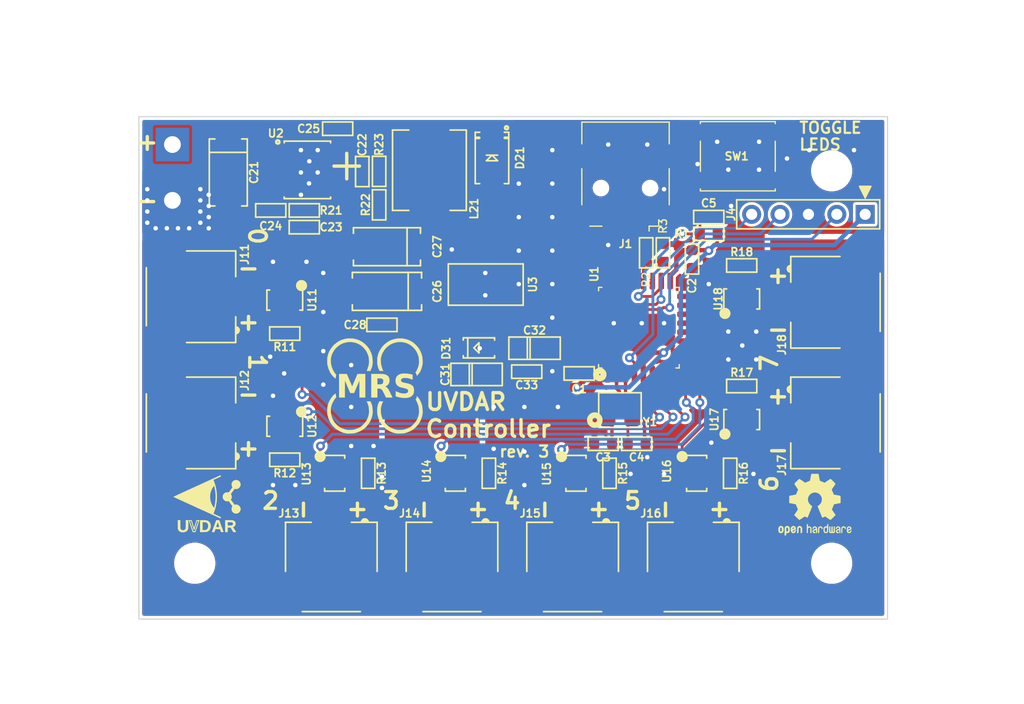
<source format=kicad_pcb>
(kicad_pcb (version 20171130) (host pcbnew 5.1.7-a382d34a8~88~ubuntu20.04.1)
  (layers (0 F.Cu signal) (31 B.Cu signal hide) (34 B.Paste user hide) (35 F.Paste user hide) (36 B.SilkS user hide) (37 F.SilkS user hide) (38 B.Mask user hide) (39 F.Mask user hide) (44 Edge.Cuts user))
  (net 0 "")
  (net 1 GND)
  (net 2 "Net-(R11-Pad1)")
  (net 3 "Net-(R22-Pad2)")
  (net 4 "Net-(C22-Pad1)")
  (net 5 "Net-(C23-Pad1)")
  (net 6 "Net-(R18-Pad1)")
  (net 7 "Net-(R17-Pad1)")
  (net 8 "Net-(R16-Pad1)")
  (net 9 "Net-(R15-Pad1)")
  (net 10 "Net-(R14-Pad1)")
  (net 11 "Net-(R13-Pad1)")
  (net 12 "Net-(R12-Pad1)")
  (net 13 +3V3)
  (net 14 "Net-(C4-Pad1)")
  (net 15 "Net-(C24-Pad1)")
  (net 16 "Net-(C25-Pad1)")
  (net 17 "Net-(C25-Pad2)")
  (net 18 /NRST)
  (net 19 /PWM7)
  (net 20 /UV_LED_K7)
  (net 21 /UV_LED_K1)
  (net 22 /PWM1)
  (net 23 /PWM2)
  (net 24 /UV_LED_K2)
  (net 25 /UV_LED_K3)
  (net 26 /PWM3)
  (net 27 /PWM5)
  (net 28 /UV_LED_K5)
  (net 29 /UV_LED_K6)
  (net 30 /PWM6)
  (net 31 /PWM8)
  (net 32 /UV_LED_K8)
  (net 33 /UV_LED_K4)
  (net 34 /PWM4)
  (net 35 VBAT)
  (net 36 "Net-(U2-Pad3)")
  (net 37 /USB_D-)
  (net 38 /USB_D+)
  (net 39 "Net-(U1-Pad25)")
  (net 40 "Net-(U1-Pad26)")
  (net 41 "Net-(U1-Pad27)")
  (net 42 "Net-(U1-Pad28)")
  (net 43 /SWDIO)
  (net 44 /SWCLK)
  (net 45 "Net-(C3-Pad1)")
  (net 46 "Net-(U1-Pad14)")
  (net 47 "Net-(U1-Pad15)")
  (net 48 "Net-(U1-Pad16)")
  (net 49 "Net-(U1-Pad19)")
  (net 50 "Net-(U1-Pad29)")
  (net 51 "Net-(U1-Pad30)")
  (net 52 "Net-(J1-Pad1)")
  (net 53 "Net-(J1-Pad4)")
  (net 54 /SWITCH)
  (net 55 /USB_VBUS)
  (net 56 +8V)
  (module MRS_Passives:L_SRP6540 (layer F.Cu) (at 118 106.8 270)
    (fp_text reference L21 (at 3.45 -4 270) (layer F.SilkS) (effects (font (size 0.7 0.7))))
    (fp_text value SRP6540-8R2M hide)
    (pad 2 smd rect (at 3.1 0 270) (size 2.4 3.4) (layers F.Cu F.Paste F.Mask) (net 56 +8V))
    (pad 1 smd rect (at -3.1 0 270) (size 2.4 3.4) (layers F.Cu F.Paste F.Mask) (net 17 "Net-(C25-Pad2)"))
  )
  (module MRS_Passives:C0603 (layer F.Cu) (at 113.75 120.65 180)
    (fp_text reference C28 (at 2.4 0 180) (layer F.SilkS) (effects (font (size 0.7 0.7))))
    (fp_text value 1uF hide)
    (pad 1 smd roundrect (at -0.7875 0 180) (size 0.875 0.95) (layers F.Cu F.Paste F.Mask) (net 56 +8V))
    (pad 2 smd roundrect (at 0.7875 0 180) (size 0.875 0.95) (layers F.Cu F.Paste F.Mask) (net 1 GND))
  )
  (module MRS_Passives:C0603 (layer F.Cu) (at 109.79 103.08)
    (fp_text reference C25 (at -2.6 0) (layer F.SilkS) (effects (font (size 0.7 0.7))))
    (fp_text value 0.1uF hide)
    (pad 1 smd roundrect (at -0.7875 0) (size 0.875 0.95) (layers F.Cu F.Paste F.Mask) (net 16 "Net-(C25-Pad1)"))
    (pad 2 smd roundrect (at 0.7875 0) (size 0.875 0.95) (layers F.Cu F.Paste F.Mask) (net 17 "Net-(C25-Pad2)"))
  )
  (module MRS_Passives:C0603 (layer F.Cu) (at 103.8 110.4)
    (fp_text reference C24 (at 0 1.4) (layer F.SilkS) (effects (font (size 0.7 0.7))))
    (fp_text value 10nF hide)
    (pad 1 smd roundrect (at -0.7875 0) (size 0.875 0.95) (layers F.Cu F.Paste F.Mask) (net 15 "Net-(C24-Pad1)"))
    (pad 2 smd roundrect (at 0.7875 0) (size 0.875 0.95) (layers F.Cu F.Paste F.Mask) (net 1 GND))
  )
  (module MRS_Passives:C0603 (layer F.Cu) (at 106.8 111.9)
    (fp_text reference C23 (at 2.4 0) (layer F.SilkS) (effects (font (size 0.7 0.7))))
    (fp_text value 1nF hide)
    (pad 1 smd roundrect (at -0.7875 0) (size 0.875 0.95) (layers F.Cu F.Paste F.Mask) (net 5 "Net-(C23-Pad1)"))
    (pad 2 smd roundrect (at 0.7875 0) (size 0.875 0.95) (layers F.Cu F.Paste F.Mask) (net 1 GND))
  )
  (module MRS_Passives:C0603 (layer F.Cu) (at 111.99 106.92 90)
    (fp_text reference C22 (at 2.4 0 90) (layer F.SilkS) (effects (font (size 0.7 0.7))))
    (fp_text value 10pF hide)
    (pad 1 smd roundrect (at -0.7875 0 90) (size 0.875 0.95) (layers F.Cu F.Paste F.Mask) (net 4 "Net-(C22-Pad1)"))
    (pad 2 smd roundrect (at 0.7875 0 90) (size 0.875 0.95) (layers F.Cu F.Paste F.Mask) (net 1 GND))
  )
  (module MRS_Passives:R0603 (layer F.Cu) (at 113.5 106.9 90)
    (fp_text reference R23 (at 2.4 0 90) (layer F.SilkS) (effects (font (size 0.7 0.7))))
    (fp_text value 1k1 hide)
    (pad 1 smd rect (at -0.7875 0 90) (size 0.875 0.95) (layers F.Cu F.Paste F.Mask) (net 3 "Net-(R22-Pad2)"))
    (pad 2 smd rect (at 0.7875 0 90) (size 0.875 0.95) (layers F.Cu F.Paste F.Mask) (net 1 GND))
  )
  (module MRS_Passives:R0603 (layer F.Cu) (at 113.5 109.9 90)
    (fp_text reference R22 (at 0 -1.2 90) (layer F.SilkS) (effects (font (size 0.7 0.7))))
    (fp_text value 10k hide)
    (pad 1 smd rect (at -0.7875 0 90) (size 0.875 0.95) (layers F.Cu F.Paste F.Mask) (net 56 +8V))
    (pad 2 smd rect (at 0.7875 0 90) (size 0.875 0.95) (layers F.Cu F.Paste F.Mask) (net 3 "Net-(R22-Pad2)"))
  )
  (module MRS_Passives:R0603 (layer F.Cu) (at 106.8 110.4 180)
    (fp_text reference R21 (at -2.4 0 180) (layer F.SilkS) (effects (font (size 0.7 0.7))))
    (fp_text value 27k4 hide)
    (pad 1 smd rect (at -0.7875 0 180) (size 0.875 0.95) (layers F.Cu F.Paste F.Mask) (net 4 "Net-(C22-Pad1)"))
    (pad 2 smd rect (at 0.7875 0 180) (size 0.875 0.95) (layers F.Cu F.Paste F.Mask) (net 5 "Net-(C23-Pad1)"))
  )
  (module MRS_Diodes:D_SMA (layer F.Cu) (at 123.6 105.7 270)
    (fp_text reference D21 (at 0 -2.5 270) (layer F.SilkS) (effects (font (size 0.7 0.7))))
    (fp_text value B340A hide)
    (pad 2 smd roundrect (at 2 0 270) (size 2.5 1.8) (layers F.Cu F.Paste F.Mask) (net 1 GND))
    (pad 1 smd roundrect (at -2 0 270) (size 2.5 1.8) (layers F.Cu F.Paste F.Mask) (net 17 "Net-(C25-Pad2)"))
  )
  (module MRS_Passives:CTAN2312 (layer F.Cu) (at 114.2 117.65 180)
    (fp_text reference C26 (at -4.5 0 270) (layer F.SilkS) (effects (font (size 0.7 0.7))))
    (fp_text value 100uF/10V hide)
    (pad 2 smd roundrect (at 3 0 180) (size 1.6 2.2) (layers F.Cu F.Paste F.Mask) (net 1 GND))
    (pad 1 smd roundrect (at -3 0 180) (size 1.6 2.2) (layers F.Cu F.Paste F.Mask) (net 56 +8V))
  )
  (module MRS_Passives:CTAN2412 (layer F.Cu) (at 100 107 270)
    (fp_text reference C21 (at 0 -2.3 270) (layer F.SilkS) (effects (font (size 0.7 0.7))))
    (fp_text value 22uF/25V hide)
    (pad 2 smd roundrect (at 3 0 270) (size 1.6 2.2) (layers F.Cu F.Paste F.Mask) (net 1 GND))
    (pad 1 smd roundrect (at -3 0 270) (size 1.6 2.2) (layers F.Cu F.Paste F.Mask) (net 35 VBAT))
  )
  (module MRS_Passives:CTAN2412 (layer F.Cu) (at 114.2 113.65 180)
    (fp_text reference C27 (at -4.5 0 90) (layer F.SilkS) (effects (font (size 0.7 0.7))))
    (fp_text value 22uF/25V hide)
    (pad 2 smd roundrect (at 3 0 180) (size 1.6 2.2) (layers F.Cu F.Paste F.Mask) (net 1 GND))
    (pad 1 smd roundrect (at -3 0 180) (size 1.6 2.2) (layers F.Cu F.Paste F.Mask) (net 56 +8V))
  )
  (module MRS_SO:SOIC-8 (layer F.Cu) (at 107.08 106.77)
    (fp_text reference U2 (at -2.83 -3.27) (layer F.SilkS) (effects (font (size 0.7 0.7))))
    (fp_text value TPS54331DR hide)
    (pad 8 smd rect (at 2.7 -1.905) (size 1.55 0.6) (layers F.Cu F.Paste F.Mask) (net 17 "Net-(C25-Pad2)"))
    (pad 7 smd rect (at 2.7 -0.635) (size 1.55 0.6) (layers F.Cu F.Paste F.Mask) (net 1 GND))
    (pad 6 smd rect (at 2.7 0.635) (size 1.55 0.6) (layers F.Cu F.Paste F.Mask) (net 4 "Net-(C22-Pad1)"))
    (pad 5 smd rect (at 2.7 1.905) (size 1.55 0.6) (layers F.Cu F.Paste F.Mask) (net 3 "Net-(R22-Pad2)"))
    (pad 4 smd rect (at -2.7 1.905) (size 1.55 0.6) (layers F.Cu F.Paste F.Mask) (net 15 "Net-(C24-Pad1)"))
    (pad 3 smd rect (at -2.7 0.635) (size 1.55 0.6) (layers F.Cu F.Paste F.Mask) (net 36 "Net-(U2-Pad3)"))
    (pad 2 smd rect (at -2.7 -0.635) (size 1.55 0.6) (layers F.Cu F.Paste F.Mask) (net 35 VBAT))
    (pad 1 smd rect (at -2.7 -1.905) (size 1.55 0.6) (layers F.Cu F.Paste F.Mask) (net 16 "Net-(C25-Pad1)"))
  )
  (module MRS_Logo:UVDAR_7mm (layer F.Cu) (at 98.25 136.75)
    (fp_text reference LOGO2 hide)
    (fp_text value UVDAR_Logo hide)
  )
  (module Symbol:OSHW-Logo2_7.3x6mm_SilkScreen (layer F.Cu) (at 152.5 136.75)
    (fp_text reference LOGO3 hide)
    (fp_text value Logo_Open_Hardware_Small hide)
  )
  (module MRS_Passives:R0603 (layer F.Cu) (at 138.9 114.2 90)
    (fp_text reference R3 (at 2.4 0 90) (layer F.SilkS) (effects (font (size 0.7 0.7) (thickness 0.12))))
    (fp_text value 10k hide)
    (pad 1 smd rect (at -0.7875 0 90) (size 0.875 0.95) (layers F.Cu F.Paste F.Mask) (net 55 /USB_VBUS))
    (pad 2 smd rect (at 0.7875 0 90) (size 0.875 0.95) (layers F.Cu F.Paste F.Mask) (net 1 GND))
  )
  (module MRS_Passives:R0603 (layer F.Cu) (at 137.4 114.2 270)
    (fp_text reference R2 (at 2.4 0 90) (layer F.SilkS) (effects (font (size 0.7 0.7) (thickness 0.12))))
    (fp_text value 10k hide)
    (pad 1 smd rect (at -0.7875 0 270) (size 0.875 0.95) (layers F.Cu F.Paste F.Mask) (net 52 "Net-(J1-Pad1)"))
    (pad 2 smd rect (at 0.7875 0 270) (size 0.875 0.95) (layers F.Cu F.Paste F.Mask) (net 55 /USB_VBUS))
  )
  (module MRS_Passives:R0603 (layer F.Cu) (at 143 112.5 180)
    (fp_text reference R1 (at 2.4 0 180) (layer F.SilkS) (effects (font (size 0.7 0.7))))
    (fp_text value 10k hide)
    (pad 2 smd rect (at 0.7875 0 180) (size 0.875 0.95) (layers F.Cu F.Paste F.Mask) (net 54 /SWITCH))
    (pad 1 smd rect (at -0.7875 0 180) (size 0.875 0.95) (layers F.Cu F.Paste F.Mask) (net 13 +3V3))
  )
  (module MRS_Logo:MRS_10mm (layer F.Cu) (at 113.5 126.5)
    (fp_text reference LOGO1 hide)
    (fp_text value MRS_Logo hide)
  )
  (module MRS_Switches:Tactile_Switch_6x6_SMT (layer F.Cu) (at 145.6 105.55 180)
    (fp_text reference SW1 (at 0.1 0) (layer F.SilkS) (effects (font (size 0.7 0.7))))
    (fp_text value Push-Switch_SMT_6x6mm hide)
    (pad 2 smd rect (at 4 2.25 180) (size 2.1 1.2) (layers F.Cu F.Paste F.Mask) (net 54 /SWITCH))
    (pad 1 smd rect (at 4 -2.25 180) (size 2.1 1.2) (layers F.Cu F.Paste F.Mask) (net 1 GND))
    (pad 2 smd rect (at -4 2.25 180) (size 2.1 1.2) (layers F.Cu F.Paste F.Mask) (net 54 /SWITCH))
    (pad 1 smd rect (at -4 -2.25 180) (size 2.1 1.2) (layers F.Cu F.Paste F.Mask) (net 1 GND))
  )
  (module MRS_Passives:C0603 (layer F.Cu) (at 143 111)
    (fp_text reference C5 (at 0 -1.25) (layer F.SilkS) (effects (font (size 0.7 0.7))))
    (fp_text value 0.1uF hide)
    (pad 2 smd roundrect (at 0.7875 0) (size 0.875 0.95) (layers F.Cu F.Paste F.Mask) (net 1 GND))
    (pad 1 smd roundrect (at -0.7875 0) (size 0.875 0.95) (layers F.Cu F.Paste F.Mask) (net 54 /SWITCH))
  )
  (module MRS_Passives:C0603 (layer F.Cu) (at 126.71 124.84)
    (fp_text reference C33 (at 0 1.2) (layer F.SilkS) (effects (font (size 0.7 0.7))))
    (fp_text value 0.1uF hide)
    (pad 1 smd roundrect (at -0.7875 0) (size 0.875 0.95) (layers F.Cu F.Paste F.Mask) (net 13 +3V3))
    (pad 2 smd roundrect (at 0.7875 0) (size 0.875 0.95) (layers F.Cu F.Paste F.Mask) (net 1 GND))
  )
  (module MRS_Passives:C0603 (layer F.Cu) (at 136.55 131.3 180)
    (fp_text reference C4 (at 0 -1.2 180) (layer F.SilkS) (effects (font (size 0.7 0.7))))
    (fp_text value 10pF hide)
    (pad 1 smd roundrect (at -0.7875 0 180) (size 0.875 0.95) (layers F.Cu F.Paste F.Mask) (net 14 "Net-(C4-Pad1)"))
    (pad 2 smd roundrect (at 0.7875 0 180) (size 0.875 0.95) (layers F.Cu F.Paste F.Mask) (net 1 GND))
  )
  (module MRS_Passives:C0603 (layer F.Cu) (at 133.55 131.3 180)
    (fp_text reference C3 (at 0 -1.2 180) (layer F.SilkS) (effects (font (size 0.7 0.7))))
    (fp_text value 10pF hide)
    (pad 1 smd roundrect (at -0.7875 0 180) (size 0.875 0.95) (layers F.Cu F.Paste F.Mask) (net 45 "Net-(C3-Pad1)"))
    (pad 2 smd roundrect (at 0.7875 0 180) (size 0.875 0.95) (layers F.Cu F.Paste F.Mask) (net 1 GND))
  )
  (module MRS_Passives:C0603 (layer F.Cu) (at 131.4 125 180)
    (fp_text reference C1 (at 0 -1.4 180) (layer F.SilkS) (effects (font (size 0.7 0.7))))
    (fp_text value 1uF hide)
    (pad 1 smd roundrect (at -0.7875 0 180) (size 0.875 0.95) (layers F.Cu F.Paste F.Mask) (net 13 +3V3))
    (pad 2 smd roundrect (at 0.7875 0 180) (size 0.875 0.95) (layers F.Cu F.Paste F.Mask) (net 1 GND))
  )
  (module MRS_Passives:C0603 (layer F.Cu) (at 141.5 114.75 270)
    (fp_text reference C2 (at 2.4 0 270) (layer F.SilkS) (effects (font (size 0.7 0.7))))
    (fp_text value 0.1uF hide)
    (pad 1 smd roundrect (at -0.7875 0 270) (size 0.875 0.95) (layers F.Cu F.Paste F.Mask) (net 13 +3V3))
    (pad 2 smd roundrect (at 0.7875 0 270) (size 0.875 0.95) (layers F.Cu F.Paste F.Mask) (net 1 GND))
  )
  (module MRS_Passives:R0603 (layer F.Cu) (at 105.055 121.43 180)
    (fp_text reference R11 (at 0 -1.2 180) (layer F.SilkS) (effects (font (size 0.7 0.7))))
    (fp_text value 3R3-0.5% hide)
    (pad 1 smd rect (at -0.7875 0 180) (size 0.875 0.95) (layers F.Cu F.Paste F.Mask) (net 2 "Net-(R11-Pad1)"))
    (pad 2 smd rect (at 0.7875 0 180) (size 0.875 0.95) (layers F.Cu F.Paste F.Mask) (net 1 GND))
  )
  (module MRS_Passives:R0603 (layer F.Cu) (at 105.055 132.73 180)
    (fp_text reference R12 (at 0 -1.2 180) (layer F.SilkS) (effects (font (size 0.7 0.7))))
    (fp_text value 3R3-0.5% hide)
    (pad 1 smd rect (at -0.7875 0 180) (size 0.875 0.95) (layers F.Cu F.Paste F.Mask) (net 12 "Net-(R12-Pad1)"))
    (pad 2 smd rect (at 0.7875 0 180) (size 0.875 0.95) (layers F.Cu F.Paste F.Mask) (net 1 GND))
  )
  (module MRS_Passives:R0603 (layer F.Cu) (at 112.52 133.94 270)
    (fp_text reference R13 (at 0 -1.2 270) (layer F.SilkS) (effects (font (size 0.7 0.7))))
    (fp_text value 3R3-0.5% hide)
    (pad 1 smd rect (at -0.7875 0 270) (size 0.875 0.95) (layers F.Cu F.Paste F.Mask) (net 11 "Net-(R13-Pad1)"))
    (pad 2 smd rect (at 0.7875 0 270) (size 0.875 0.95) (layers F.Cu F.Paste F.Mask) (net 1 GND))
  )
  (module MRS_Passives:R0603 (layer F.Cu) (at 123.32 133.94 270)
    (fp_text reference R14 (at 0 -1.2 270) (layer F.SilkS) (effects (font (size 0.7 0.7))))
    (fp_text value 3R3-0.5% hide)
    (pad 1 smd rect (at -0.7875 0 270) (size 0.875 0.95) (layers F.Cu F.Paste F.Mask) (net 10 "Net-(R14-Pad1)"))
    (pad 2 smd rect (at 0.7875 0 270) (size 0.875 0.95) (layers F.Cu F.Paste F.Mask) (net 1 GND))
  )
  (module MRS_Passives:R0603 (layer F.Cu) (at 145.94923 115.32837)
    (fp_text reference R18 (at 0 -1.2) (layer F.SilkS) (effects (font (size 0.7 0.7))))
    (fp_text value 3R3-0.5% hide)
    (pad 1 smd rect (at -0.7875 0) (size 0.875 0.95) (layers F.Cu F.Paste F.Mask) (net 6 "Net-(R18-Pad1)"))
    (pad 2 smd rect (at 0.7875 0) (size 0.875 0.95) (layers F.Cu F.Paste F.Mask) (net 1 GND))
  )
  (module MRS_Passives:R0603 (layer F.Cu) (at 145.94923 126.12837)
    (fp_text reference R17 (at 0 -1.2) (layer F.SilkS) (effects (font (size 0.7 0.7))))
    (fp_text value 3R3-0.5% hide)
    (pad 1 smd rect (at -0.7875 0) (size 0.875 0.95) (layers F.Cu F.Paste F.Mask) (net 7 "Net-(R17-Pad1)"))
    (pad 2 smd rect (at 0.7875 0) (size 0.875 0.95) (layers F.Cu F.Paste F.Mask) (net 1 GND))
  )
  (module MRS_Passives:R0603 (layer F.Cu) (at 144.916184 133.94224 270)
    (fp_text reference R16 (at 0 -1.2 270) (layer F.SilkS) (effects (font (size 0.7 0.7))))
    (fp_text value 3R3-0.5% hide)
    (pad 1 smd rect (at -0.7875 0 270) (size 0.875 0.95) (layers F.Cu F.Paste F.Mask) (net 8 "Net-(R16-Pad1)"))
    (pad 2 smd rect (at 0.7875 0 270) (size 0.875 0.95) (layers F.Cu F.Paste F.Mask) (net 1 GND))
  )
  (module MRS_Passives:R0603 (layer F.Cu) (at 134.116184 133.94224 270)
    (fp_text reference R15 (at 0 -1.2 270) (layer F.SilkS) (effects (font (size 0.7 0.7))))
    (fp_text value 3R3-0.5% hide)
    (pad 1 smd rect (at -0.7875 0 270) (size 0.875 0.95) (layers F.Cu F.Paste F.Mask) (net 9 "Net-(R15-Pad1)"))
    (pad 2 smd rect (at 0.7875 0 270) (size 0.875 0.95) (layers F.Cu F.Paste F.Mask) (net 1 GND))
  )
  (module MRS_Mechanical:Mounting_hole_unplated_3,2mm (layer F.Cu) (at 97 142)
    (fp_text reference H1 hide)
    (fp_text value Mounting_hole_unplated_3,2mm hide)
    (pad "" np_thru_hole circle (at 0 0) (size 3.2 3.2) (drill 3.2) (layers *.Cu *.Mask))
  )
  (module MRS_Mechanical:Mounting_hole_unplated_3,2mm (layer F.Cu) (at 154 106.85)
    (fp_text reference H3 hide)
    (fp_text value Mounting_hole_unplated_3,2mm hide)
    (pad "" np_thru_hole circle (at 0 0) (size 3.2 3.2) (drill 3.2) (layers *.Cu *.Mask))
  )
  (module MRS_Mechanical:Mounting_hole_unplated_3,2mm (layer F.Cu) (at 154 142)
    (fp_text reference H2 hide)
    (fp_text value Mounting_hole_unplated_3,2mm hide)
    (pad "" np_thru_hole circle (at 0 0) (size 3.2 3.2) (drill 3.2) (layers *.Cu *.Mask))
  )
  (module Connector_USB:USB_Mini-B_Lumberg_2486_01_Horizontal (layer F.Cu) (at 135.55 108.4 180)
    (fp_text reference J1 (at 0 -5 180) (layer F.SilkS) (effects (font (size 0.7 0.7))))
    (fp_text value USB_B_Mini hide)
    (pad "" np_thru_hole circle (at 2.2 0 180) (size 1 1) (drill 1) (layers *.Cu *.Mask))
    (pad "" np_thru_hole circle (at -2.2 0 180) (size 1 1) (drill 1) (layers *.Cu *.Mask))
    (pad 6 smd rect (at 4.45 2.85 180) (size 2 1.7) (layers F.Cu F.Paste F.Mask) (net 1 GND))
    (pad 6 smd rect (at 4.45 -2.6 180) (size 2 1.7) (layers F.Cu F.Paste F.Mask) (net 1 GND))
    (pad 6 smd rect (at -4.45 2.85 180) (size 2 1.7) (layers F.Cu F.Paste F.Mask) (net 1 GND))
    (pad 6 smd rect (at -4.45 -2.6 180) (size 2 1.7) (layers F.Cu F.Paste F.Mask) (net 1 GND))
    (pad 5 smd rect (at 1.6 -2.7 180) (size 0.5 2) (layers F.Cu F.Paste F.Mask) (net 1 GND))
    (pad 4 smd rect (at 0.8 -2.7 180) (size 0.5 2) (layers F.Cu F.Paste F.Mask) (net 53 "Net-(J1-Pad4)"))
    (pad 3 smd rect (at 0 -2.7 180) (size 0.5 2) (layers F.Cu F.Paste F.Mask) (net 38 /USB_D+))
    (pad 2 smd rect (at -0.8 -2.7 180) (size 0.5 2) (layers F.Cu F.Paste F.Mask) (net 37 /USB_D-))
    (pad 1 smd rect (at -1.6 -2.7 180) (size 0.5 2) (layers F.Cu F.Paste F.Mask) (net 52 "Net-(J1-Pad1)"))
  )
  (module MRS_Connectors:Header_1x05_P2.54mm (layer F.Cu) (at 157 110.75 270)
    (fp_text reference J4 (at 0 12 90) (layer F.SilkS) (effects (font (size 0.7 0.7))))
    (fp_text value SWO hide)
    (pad 1 thru_hole rect (at 0 0 270) (size 1.7 1.7) (drill 1) (layers *.Cu *.Mask) (net 13 +3V3))
    (pad 2 thru_hole oval (at 0 2.54 270) (size 1.7 1.7) (drill 1) (layers *.Cu *.Mask) (net 44 /SWCLK))
    (pad 3 thru_hole oval (at 0 5.08 270) (size 1.7 1.7) (drill 1) (layers *.Cu *.Mask) (net 1 GND))
    (pad 4 thru_hole oval (at 0 7.62 270) (size 1.7 1.7) (drill 1) (layers *.Cu *.Mask) (net 43 /SWDIO))
    (pad 5 thru_hole oval (at 0 10.16 270) (size 1.7 1.7) (drill 1) (layers *.Cu *.Mask) (net 18 /NRST))
  )
  (module MRS_Connectors:power_connector_small (layer F.Cu) (at 95 107 270)
    (fp_text reference J3 hide)
    (fp_text value Power_Input hide)
    (pad 2 thru_hole circle (at 2.5 0 270) (size 3 3) (drill 1.5) (layers *.Cu *.Mask) (net 1 GND))
    (pad 1 thru_hole rect (at -2.5 0 270) (size 3 3) (drill 1.5) (layers *.Cu *.Mask) (net 35 VBAT))
  )
  (module MRS_QFP:LQFP-32_7x7mm_P0.8mm (layer F.Cu) (at 136.75 120.9 90)
    (fp_text reference U1 (at 4.8 -4 90) (layer F.SilkS) (effects (font (size 0.7 0.7))))
    (fp_text value STM32F042K6T6 hide)
    (pad 32 smd roundrect (at -2.8 -4.175 90) (size 0.5 1.5) (layers F.Cu F.Paste F.Mask) (net 1 GND))
    (pad 31 smd roundrect (at -2 -4.175 90) (size 0.5 1.5) (layers F.Cu F.Paste F.Mask) (net 1 GND))
    (pad 30 smd roundrect (at -1.2 -4.175 90) (size 0.5 1.5) (layers F.Cu F.Paste F.Mask) (net 51 "Net-(U1-Pad30)"))
    (pad 29 smd roundrect (at -0.4 -4.175 90) (size 0.5 1.5) (layers F.Cu F.Paste F.Mask) (net 50 "Net-(U1-Pad29)"))
    (pad 28 smd roundrect (at 0.4 -4.175 90) (size 0.5 1.5) (layers F.Cu F.Paste F.Mask) (net 42 "Net-(U1-Pad28)"))
    (pad 27 smd roundrect (at 1.2 -4.175 90) (size 0.5 1.5) (layers F.Cu F.Paste F.Mask) (net 41 "Net-(U1-Pad27)"))
    (pad 26 smd roundrect (at 2 -4.175 90) (size 0.5 1.5) (layers F.Cu F.Paste F.Mask) (net 40 "Net-(U1-Pad26)"))
    (pad 25 smd roundrect (at 2.8 -4.175 90) (size 0.5 1.5) (layers F.Cu F.Paste F.Mask) (net 39 "Net-(U1-Pad25)"))
    (pad 24 smd roundrect (at 4.175 -2.8 90) (size 1.5 0.5) (layers F.Cu F.Paste F.Mask) (net 44 /SWCLK))
    (pad 23 smd roundrect (at 4.175 -2 90) (size 1.5 0.5) (layers F.Cu F.Paste F.Mask) (net 43 /SWDIO))
    (pad 22 smd roundrect (at 4.175 -1.2 90) (size 1.5 0.5) (layers F.Cu F.Paste F.Mask) (net 38 /USB_D+))
    (pad 21 smd roundrect (at 4.175 -0.4 90) (size 1.5 0.5) (layers F.Cu F.Paste F.Mask) (net 37 /USB_D-))
    (pad 20 smd roundrect (at 4.175 0.4 90) (size 1.5 0.5) (layers F.Cu F.Paste F.Mask) (net 55 /USB_VBUS))
    (pad 19 smd roundrect (at 4.175 1.2 90) (size 1.5 0.5) (layers F.Cu F.Paste F.Mask) (net 49 "Net-(U1-Pad19)"))
    (pad 18 smd roundrect (at 4.175 2 90) (size 1.5 0.5) (layers F.Cu F.Paste F.Mask) (net 54 /SWITCH))
    (pad 17 smd roundrect (at 4.175 2.8 90) (size 1.5 0.5) (layers F.Cu F.Paste F.Mask) (net 13 +3V3))
    (pad 16 smd roundrect (at 2.8 4.175 90) (size 0.5 1.5) (layers F.Cu F.Paste F.Mask) (net 48 "Net-(U1-Pad16)"))
    (pad 15 smd roundrect (at 2 4.175 90) (size 0.5 1.5) (layers F.Cu F.Paste F.Mask) (net 47 "Net-(U1-Pad15)"))
    (pad 14 smd roundrect (at 1.2 4.175 90) (size 0.5 1.5) (layers F.Cu F.Paste F.Mask) (net 46 "Net-(U1-Pad14)"))
    (pad 13 smd roundrect (at 0.4 4.175 90) (size 0.5 1.5) (layers F.Cu F.Paste F.Mask) (net 31 /PWM8))
    (pad 12 smd roundrect (at -0.4 4.175 90) (size 0.5 1.5) (layers F.Cu F.Paste F.Mask) (net 19 /PWM7))
    (pad 11 smd roundrect (at -1.2 4.175 90) (size 0.5 1.5) (layers F.Cu F.Paste F.Mask) (net 30 /PWM6))
    (pad 10 smd roundrect (at -2 4.175 90) (size 0.5 1.5) (layers F.Cu F.Paste F.Mask) (net 27 /PWM5))
    (pad 9 smd roundrect (at -2.8 4.175 90) (size 0.5 1.5) (layers F.Cu F.Paste F.Mask) (net 34 /PWM4))
    (pad 8 smd roundrect (at -4.175 2.8 90) (size 1.5 0.5) (layers F.Cu F.Paste F.Mask) (net 26 /PWM3))
    (pad 7 smd roundrect (at -4.175 2 90) (size 1.5 0.5) (layers F.Cu F.Paste F.Mask) (net 23 /PWM2))
    (pad 6 smd roundrect (at -4.175 1.2 90) (size 1.5 0.5) (layers F.Cu F.Paste F.Mask) (net 22 /PWM1))
    (pad 5 smd roundrect (at -4.175 0.4 90) (size 1.5 0.5) (layers F.Cu F.Paste F.Mask) (net 13 +3V3))
    (pad 4 smd roundrect (at -4.175 -0.4 90) (size 1.5 0.5) (layers F.Cu F.Paste F.Mask) (net 18 /NRST))
    (pad 3 smd roundrect (at -4.175 -1.2 90) (size 1.5 0.5) (layers F.Cu F.Paste F.Mask) (net 14 "Net-(C4-Pad1)"))
    (pad 2 smd roundrect (at -4.175 -2 90) (size 1.5 0.5) (layers F.Cu F.Paste F.Mask) (net 45 "Net-(C3-Pad1)"))
    (pad 1 smd roundrect (at -4.175 -2.8 90) (size 1.5 0.5) (layers F.Cu F.Paste F.Mask) (net 13 +3V3))
  )
  (module MRS_Connectors:JST_PH_2 (layer F.Cu) (at 153.93923 118.62837 270)
    (fp_text reference J18 (at 3.8 4.4 270) (layer F.SilkS) (effects (font (size 0.7 0.7))))
    (fp_text value JST-PH_2 hide)
    (pad 2 smd rect (at 1 3 270) (size 1.2 4) (layers F.Cu F.Paste F.Mask) (net 32 /UV_LED_K8))
    (pad 1 smd rect (at -1 3 270) (size 1.2 4) (layers F.Cu F.Paste F.Mask) (net 56 +8V))
    (pad 0 smd rect (at 3.7 -2.7 270) (size 1.8 3.4) (layers F.Cu F.Paste F.Mask) (net 56 +8V))
    (pad 0 smd rect (at -3.7 -2.7 270) (size 1.8 3.4) (layers F.Cu F.Paste F.Mask) (net 56 +8V))
  )
  (module MRS_Connectors:JST_PH_2 (layer F.Cu) (at 153.93923 129.42837 270)
    (fp_text reference J17 (at 3.8 4.4 270) (layer F.SilkS) (effects (font (size 0.7 0.7))))
    (fp_text value JST-PH_2 hide)
    (pad 2 smd rect (at 1 3 270) (size 1.2 4) (layers F.Cu F.Paste F.Mask) (net 20 /UV_LED_K7))
    (pad 1 smd rect (at -1 3 270) (size 1.2 4) (layers F.Cu F.Paste F.Mask) (net 56 +8V))
    (pad 0 smd rect (at 3.7 -2.7 270) (size 1.8 3.4) (layers F.Cu F.Paste F.Mask) (net 56 +8V))
    (pad 0 smd rect (at -3.7 -2.7 270) (size 1.8 3.4) (layers F.Cu F.Paste F.Mask) (net 56 +8V))
  )
  (module MRS_Connectors:JST_PH_2 (layer F.Cu) (at 141.616184 141.93224 180)
    (fp_text reference J16 (at 3.8 4.4 180) (layer F.SilkS) (effects (font (size 0.7 0.7))))
    (fp_text value JST-PH_2 hide)
    (pad 2 smd rect (at 1 3 180) (size 1.2 4) (layers F.Cu F.Paste F.Mask) (net 29 /UV_LED_K6))
    (pad 1 smd rect (at -1 3 180) (size 1.2 4) (layers F.Cu F.Paste F.Mask) (net 56 +8V))
    (pad 0 smd rect (at 3.7 -2.7 180) (size 1.8 3.4) (layers F.Cu F.Paste F.Mask) (net 56 +8V))
    (pad 0 smd rect (at -3.7 -2.7 180) (size 1.8 3.4) (layers F.Cu F.Paste F.Mask) (net 56 +8V))
  )
  (module MRS_Connectors:JST_PH_2 (layer F.Cu) (at 130.816184 141.93224 180)
    (fp_text reference J15 (at 3.8 4.4 180) (layer F.SilkS) (effects (font (size 0.7 0.7))))
    (fp_text value JST-PH_2 hide)
    (pad 2 smd rect (at 1 3 180) (size 1.2 4) (layers F.Cu F.Paste F.Mask) (net 28 /UV_LED_K5))
    (pad 1 smd rect (at -1 3 180) (size 1.2 4) (layers F.Cu F.Paste F.Mask) (net 56 +8V))
    (pad 0 smd rect (at 3.7 -2.7 180) (size 1.8 3.4) (layers F.Cu F.Paste F.Mask) (net 56 +8V))
    (pad 0 smd rect (at -3.7 -2.7 180) (size 1.8 3.4) (layers F.Cu F.Paste F.Mask) (net 56 +8V))
  )
  (module MRS_Connectors:JST_PH_2 (layer F.Cu) (at 120.02 141.93 180)
    (fp_text reference J14 (at 3.8 4.4 180) (layer F.SilkS) (effects (font (size 0.7 0.7))))
    (fp_text value JST-PH_2 hide)
    (pad 2 smd rect (at 1 3 180) (size 1.2 4) (layers F.Cu F.Paste F.Mask) (net 33 /UV_LED_K4))
    (pad 1 smd rect (at -1 3 180) (size 1.2 4) (layers F.Cu F.Paste F.Mask) (net 56 +8V))
    (pad 0 smd rect (at 3.7 -2.7 180) (size 1.8 3.4) (layers F.Cu F.Paste F.Mask) (net 56 +8V))
    (pad 0 smd rect (at -3.7 -2.7 180) (size 1.8 3.4) (layers F.Cu F.Paste F.Mask) (net 56 +8V))
  )
  (module MRS_Connectors:JST_PH_2 (layer F.Cu) (at 109.22 141.93 180)
    (fp_text reference J13 (at 3.8 4.4 180) (layer F.SilkS) (effects (font (size 0.7 0.7))))
    (fp_text value JST-PH_2 hide)
    (pad 2 smd rect (at 1 3 180) (size 1.2 4) (layers F.Cu F.Paste F.Mask) (net 25 /UV_LED_K3))
    (pad 1 smd rect (at -1 3 180) (size 1.2 4) (layers F.Cu F.Paste F.Mask) (net 56 +8V))
    (pad 0 smd rect (at 3.7 -2.7 180) (size 1.8 3.4) (layers F.Cu F.Paste F.Mask) (net 56 +8V))
    (pad 0 smd rect (at -3.7 -2.7 180) (size 1.8 3.4) (layers F.Cu F.Paste F.Mask) (net 56 +8V))
  )
  (module MRS_Connectors:JST_PH_2 (layer F.Cu) (at 97.065 129.43 90)
    (fp_text reference J12 (at 3.8 4.4 90) (layer F.SilkS) (effects (font (size 0.7 0.7))))
    (fp_text value JST-PH_2 hide)
    (pad 2 smd rect (at 1 3 90) (size 1.2 4) (layers F.Cu F.Paste F.Mask) (net 24 /UV_LED_K2))
    (pad 1 smd rect (at -1 3 90) (size 1.2 4) (layers F.Cu F.Paste F.Mask) (net 56 +8V))
    (pad 0 smd rect (at 3.7 -2.7 90) (size 1.8 3.4) (layers F.Cu F.Paste F.Mask) (net 56 +8V))
    (pad 0 smd rect (at -3.7 -2.7 90) (size 1.8 3.4) (layers F.Cu F.Paste F.Mask) (net 56 +8V))
  )
  (module MRS_SOT:SOT-26-6 (layer F.Cu) (at 145.94923 118.32837 90)
    (fp_text reference U18 (at 0 -2.1 90) (layer F.SilkS) (effects (font (size 0.7 0.7))))
    (fp_text value BCR421UW6 hide)
    (pad 6 smd rect (at 1.3 -0.95 90) (size 1 0.55) (layers F.Cu F.Paste F.Mask) (net 6 "Net-(R18-Pad1)"))
    (pad 5 smd rect (at 1.3 0 90) (size 1 0.55) (layers F.Cu F.Paste F.Mask) (net 32 /UV_LED_K8))
    (pad 4 smd rect (at 1.3 0.95 90) (size 1 0.55) (layers F.Cu F.Paste F.Mask) (net 1 GND))
    (pad 3 smd rect (at -1.3 0.95 90) (size 1 0.55) (layers F.Cu F.Paste F.Mask) (net 32 /UV_LED_K8))
    (pad 2 smd rect (at -1.3 0 90) (size 1 0.55) (layers F.Cu F.Paste F.Mask) (net 32 /UV_LED_K8))
    (pad 1 smd rect (at -1.3 -0.95 90) (size 1 0.55) (layers F.Cu F.Paste F.Mask) (net 31 /PWM8))
  )
  (module MRS_SOT:SOT-26-6 (layer F.Cu) (at 145.94923 129.12837 90)
    (fp_text reference U17 (at 0 -2.45 90) (layer F.SilkS) (effects (font (size 0.7 0.7))))
    (fp_text value BCR421UW6 hide)
    (pad 6 smd rect (at 1.3 -0.95 90) (size 1 0.55) (layers F.Cu F.Paste F.Mask) (net 7 "Net-(R17-Pad1)"))
    (pad 5 smd rect (at 1.3 0 90) (size 1 0.55) (layers F.Cu F.Paste F.Mask) (net 20 /UV_LED_K7))
    (pad 4 smd rect (at 1.3 0.95 90) (size 1 0.55) (layers F.Cu F.Paste F.Mask) (net 1 GND))
    (pad 3 smd rect (at -1.3 0.95 90) (size 1 0.55) (layers F.Cu F.Paste F.Mask) (net 20 /UV_LED_K7))
    (pad 2 smd rect (at -1.3 0 90) (size 1 0.55) (layers F.Cu F.Paste F.Mask) (net 20 /UV_LED_K7))
    (pad 1 smd rect (at -1.3 -0.95 90) (size 1 0.55) (layers F.Cu F.Paste F.Mask) (net 19 /PWM7))
  )
  (module MRS_SOT:SOT-26-6 (layer F.Cu) (at 141.916184 133.94224)
    (fp_text reference U16 (at -2.666184 -0.19224 90) (layer F.SilkS) (effects (font (size 0.7 0.7))))
    (fp_text value BCR421UW6 hide)
    (pad 6 smd rect (at 1.3 -0.95) (size 1 0.55) (layers F.Cu F.Paste F.Mask) (net 8 "Net-(R16-Pad1)"))
    (pad 5 smd rect (at 1.3 0) (size 1 0.55) (layers F.Cu F.Paste F.Mask) (net 29 /UV_LED_K6))
    (pad 4 smd rect (at 1.3 0.95) (size 1 0.55) (layers F.Cu F.Paste F.Mask) (net 1 GND))
    (pad 3 smd rect (at -1.3 0.95) (size 1 0.55) (layers F.Cu F.Paste F.Mask) (net 29 /UV_LED_K6))
    (pad 2 smd rect (at -1.3 0) (size 1 0.55) (layers F.Cu F.Paste F.Mask) (net 29 /UV_LED_K6))
    (pad 1 smd rect (at -1.3 -0.95) (size 1 0.55) (layers F.Cu F.Paste F.Mask) (net 30 /PWM6))
  )
  (module MRS_SOT:SOT-26-6 (layer F.Cu) (at 131.116184 133.94224)
    (fp_text reference U15 (at -2.616184 0.05776 90) (layer F.SilkS) (effects (font (size 0.7 0.7))))
    (fp_text value BCR421UW6 hide)
    (pad 6 smd rect (at 1.3 -0.95) (size 1 0.55) (layers F.Cu F.Paste F.Mask) (net 9 "Net-(R15-Pad1)"))
    (pad 5 smd rect (at 1.3 0) (size 1 0.55) (layers F.Cu F.Paste F.Mask) (net 28 /UV_LED_K5))
    (pad 4 smd rect (at 1.3 0.95) (size 1 0.55) (layers F.Cu F.Paste F.Mask) (net 1 GND))
    (pad 3 smd rect (at -1.3 0.95) (size 1 0.55) (layers F.Cu F.Paste F.Mask) (net 28 /UV_LED_K5))
    (pad 2 smd rect (at -1.3 0) (size 1 0.55) (layers F.Cu F.Paste F.Mask) (net 28 /UV_LED_K5))
    (pad 1 smd rect (at -1.3 -0.95) (size 1 0.55) (layers F.Cu F.Paste F.Mask) (net 27 /PWM5))
  )
  (module MRS_SOT:SOT-26-6 (layer F.Cu) (at 120.32 133.94)
    (fp_text reference U14 (at -2.57 -0.19 90) (layer F.SilkS) (effects (font (size 0.7 0.7))))
    (fp_text value BCR421UW6 hide)
    (pad 6 smd rect (at 1.3 -0.95) (size 1 0.55) (layers F.Cu F.Paste F.Mask) (net 10 "Net-(R14-Pad1)"))
    (pad 5 smd rect (at 1.3 0) (size 1 0.55) (layers F.Cu F.Paste F.Mask) (net 33 /UV_LED_K4))
    (pad 4 smd rect (at 1.3 0.95) (size 1 0.55) (layers F.Cu F.Paste F.Mask) (net 1 GND))
    (pad 3 smd rect (at -1.3 0.95) (size 1 0.55) (layers F.Cu F.Paste F.Mask) (net 33 /UV_LED_K4))
    (pad 2 smd rect (at -1.3 0) (size 1 0.55) (layers F.Cu F.Paste F.Mask) (net 33 /UV_LED_K4))
    (pad 1 smd rect (at -1.3 -0.95) (size 1 0.55) (layers F.Cu F.Paste F.Mask) (net 34 /PWM4))
  )
  (module MRS_SOT:SOT-26-6 (layer F.Cu) (at 109.52 133.94)
    (fp_text reference U13 (at -2.52 0.06 90) (layer F.SilkS) (effects (font (size 0.7 0.7))))
    (fp_text value BCR421UW6 hide)
    (pad 6 smd rect (at 1.3 -0.95) (size 1 0.55) (layers F.Cu F.Paste F.Mask) (net 11 "Net-(R13-Pad1)"))
    (pad 5 smd rect (at 1.3 0) (size 1 0.55) (layers F.Cu F.Paste F.Mask) (net 25 /UV_LED_K3))
    (pad 4 smd rect (at 1.3 0.95) (size 1 0.55) (layers F.Cu F.Paste F.Mask) (net 1 GND))
    (pad 3 smd rect (at -1.3 0.95) (size 1 0.55) (layers F.Cu F.Paste F.Mask) (net 25 /UV_LED_K3))
    (pad 2 smd rect (at -1.3 0) (size 1 0.55) (layers F.Cu F.Paste F.Mask) (net 25 /UV_LED_K3))
    (pad 1 smd rect (at -1.3 -0.95) (size 1 0.55) (layers F.Cu F.Paste F.Mask) (net 26 /PWM3))
  )
  (module MRS_SOT:SOT-26-6 (layer F.Cu) (at 105.055 129.73 270)
    (fp_text reference U12 (at 0 -2.45 270) (layer F.SilkS) (effects (font (size 0.7 0.7))))
    (fp_text value BCR421UW6 hide)
    (pad 6 smd rect (at 1.3 -0.95 270) (size 1 0.55) (layers F.Cu F.Paste F.Mask) (net 12 "Net-(R12-Pad1)"))
    (pad 5 smd rect (at 1.3 0 270) (size 1 0.55) (layers F.Cu F.Paste F.Mask) (net 24 /UV_LED_K2))
    (pad 4 smd rect (at 1.3 0.95 270) (size 1 0.55) (layers F.Cu F.Paste F.Mask) (net 1 GND))
    (pad 3 smd rect (at -1.3 0.95 270) (size 1 0.55) (layers F.Cu F.Paste F.Mask) (net 24 /UV_LED_K2))
    (pad 2 smd rect (at -1.3 0 270) (size 1 0.55) (layers F.Cu F.Paste F.Mask) (net 24 /UV_LED_K2))
    (pad 1 smd rect (at -1.3 -0.95 270) (size 1 0.55) (layers F.Cu F.Paste F.Mask) (net 23 /PWM2))
  )
  (module MRS_Connectors:JST_PH_2 (layer F.Cu) (at 97.065 118.13 90)
    (fp_text reference J11 (at 3.8 4.4 90) (layer F.SilkS) (effects (font (size 0.7 0.7))))
    (fp_text value JST-PH_2 hide)
    (pad 2 smd rect (at 1 3 90) (size 1.2 4) (layers F.Cu F.Paste F.Mask) (net 21 /UV_LED_K1))
    (pad 1 smd rect (at -1 3 90) (size 1.2 4) (layers F.Cu F.Paste F.Mask) (net 56 +8V))
    (pad 0 smd rect (at 3.7 -2.7 90) (size 1.8 3.4) (layers F.Cu F.Paste F.Mask) (net 56 +8V))
    (pad 0 smd rect (at -3.7 -2.7 90) (size 1.8 3.4) (layers F.Cu F.Paste F.Mask) (net 56 +8V))
  )
  (module MRS_Diodes:SOD-123 (layer F.Cu) (at 122.43 122.71)
    (fp_text reference D31 (at -2.93 0.04 90) (layer F.SilkS) (effects (font (size 0.7 0.7))))
    (fp_text value 1N4148W-E3-08 hide)
    (pad 2 smd rect (at 1.7 0) (size 0.9 1.2) (layers F.Cu F.Mask) (net 13 +3V3))
    (pad 1 smd rect (at -1.7 0) (size 0.9 1.2) (layers F.Cu F.Mask) (net 56 +8V))
  )
  (module MRS_Passives:CTAN1206 (layer F.Cu) (at 122.22 125.09)
    (fp_text reference C31 (at -2.8 0 90) (layer F.SilkS) (effects (font (size 0.7 0.7))))
    (fp_text value 10uF hide)
    (pad 1 smd roundrect (at -1.4875 0) (size 1.425 1.75) (layers F.Cu F.Paste F.Mask) (roundrect_rratio 0.175439) (net 56 +8V))
    (pad 2 smd roundrect (at 1.4875 0) (size 1.425 1.75) (layers F.Cu F.Paste F.Mask) (roundrect_rratio 0.175439) (net 1 GND))
  )
  (module MRS_Passives:CTAN1206 (layer F.Cu) (at 127.41 122.74)
    (fp_text reference C32 (at 0 -1.6) (layer F.SilkS) (effects (font (size 0.7 0.7))))
    (fp_text value 10uF hide)
    (pad 1 smd roundrect (at -1.4875 0) (size 1.425 1.75) (layers F.Cu F.Paste F.Mask) (roundrect_rratio 0.175439) (net 13 +3V3))
    (pad 2 smd roundrect (at 1.4875 0) (size 1.425 1.75) (layers F.Cu F.Paste F.Mask) (roundrect_rratio 0.175439) (net 1 GND))
  )
  (module "MRS_SOT:SOT-223-3(TAB-pin-2)" (layer F.Cu) (at 123.04 117.04 90)
    (fp_text reference U3 (at 0 4.21 90) (layer F.SilkS) (effects (font (size 0.7 0.7))))
    (fp_text value MCP1703-3302E hide)
    (pad 1 smd rect (at -3.15 -2.3 90) (size 2 1.5) (layers F.Cu F.Paste F.Mask) (net 56 +8V))
    (pad 3 smd rect (at -3.15 2.3 90) (size 2 1.5) (layers F.Cu F.Paste F.Mask) (net 13 +3V3))
    (pad 2 smd rect (at -3.15 0 90) (size 2 1.5) (layers F.Cu F.Paste F.Mask) (net 1 GND))
    (pad 2 smd rect (at 3.15 0 90) (size 2 3.8) (layers F.Cu F.Paste F.Mask) (net 1 GND))
  )
  (module MRS_SOT:SOT-26-6 (layer F.Cu) (at 105.055 118.43 270)
    (fp_text reference U11 (at 0 -2.45 270) (layer F.SilkS) (effects (font (size 0.7 0.7))))
    (fp_text value BCR421UW6 hide)
    (pad 6 smd rect (at 1.3 -0.95 270) (size 1 0.55) (layers F.Cu F.Paste F.Mask) (net 2 "Net-(R11-Pad1)"))
    (pad 5 smd rect (at 1.3 0 270) (size 1 0.55) (layers F.Cu F.Paste F.Mask) (net 21 /UV_LED_K1))
    (pad 4 smd rect (at 1.3 0.95 270) (size 1 0.55) (layers F.Cu F.Paste F.Mask) (net 1 GND))
    (pad 3 smd rect (at -1.3 0.95 270) (size 1 0.55) (layers F.Cu F.Paste F.Mask) (net 21 /UV_LED_K1))
    (pad 2 smd rect (at -1.3 0 270) (size 1 0.55) (layers F.Cu F.Paste F.Mask) (net 21 /UV_LED_K1))
    (pad 1 smd rect (at -1.3 -0.95 270) (size 1 0.55) (layers F.Cu F.Paste F.Mask) (net 22 /PWM1))
  )
  (module MRS_XTALs:ABM8G (layer F.Cu) (at 135.05 128.28)
    (fp_text reference Y1 (at 2.7 1.07 180) (layer F.SilkS) (effects (font (size 0.7 0.7))))
    (fp_text value ABM8G hide)
    (pad 4 smd roundrect (at -1.1 -0.85) (size 1.4 1.2) (layers F.Cu F.Paste F.Mask) (net 1 GND))
    (pad 3 smd roundrect (at 1.1 -0.85) (size 1.4 1.2) (layers F.Cu F.Paste F.Mask) (net 14 "Net-(C4-Pad1)"))
    (pad 2 smd roundrect (at 1.1 0.85) (size 1.4 1.2) (layers F.Cu F.Paste F.Mask) (net 1 GND))
    (pad 1 smd roundrect (at -1.1 0.85) (size 1.4 1.2) (layers F.Cu F.Paste F.Mask) (net 45 "Net-(C3-Pad1)"))
  )
  (gr_poly (pts (xy 157 109.25) (xy 156.5 108.25) (xy 157.5 108.25)) (layer F.SilkS) (width 0.15))
  (gr_text LEDS (at 151 104.5) (layer F.SilkS) (effects (font (size 1 1) (thickness 0.2)) (justify left)))
  (gr_text TOGGLE (at 151 103) (layer F.SilkS) (effects (font (size 1 1) (thickness 0.2)) (justify left)))
  (gr_text "rev. 3" (at 126.5 132) (layer F.SilkS) (effects (font (size 1 1) (thickness 0.2))))
  (gr_text "UVDAR\nController" (at 117.5 128.75) (layer F.SilkS) (effects (font (size 1.5 1.5) (thickness 0.3)) (justify left)))
  (gr_text - (at 92.75 109.5) (layer F.SilkS) (effects (font (size 1.5 1.5) (thickness 0.3))))
  (gr_text + (at 92.75 104.25) (layer F.SilkS) (effects (font (size 1.5 1.5) (thickness 0.3))))
  (gr_text + (at 110.6 106.2) (layer F.SilkS) (effects (font (size 3 3) (thickness 0.3))))
  (gr_text 7 (at 148.41 124.06 90) (layer F.SilkS) (effects (font (size 1.5 1.5) (thickness 0.3))))
  (gr_text 6 (at 148.41 134.86 90) (layer F.SilkS) (effects (font (size 1.5 1.5) (thickness 0.3))))
  (gr_text 0 (at 102.59 112.7 270) (layer F.SilkS) (effects (font (size 1.5 1.5) (thickness 0.3))))
  (gr_text 1 (at 102.6 124 270) (layer F.SilkS) (effects (font (size 1.5 1.5) (thickness 0.3))))
  (gr_text 5 (at 136.19 136.4) (layer F.SilkS) (effects (font (size 1.5 1.5) (thickness 0.3))))
  (gr_text 4 (at 125.39 136.4) (layer F.SilkS) (effects (font (size 1.5 1.5) (thickness 0.3))))
  (gr_text 2 (at 103.79 136.4) (layer F.SilkS) (effects (font (size 1.5 1.5) (thickness 0.3))))
  (gr_text 3 (at 114.59 136.4) (layer F.SilkS) (effects (font (size 1.5 1.5) (thickness 0.3))))
  (gr_text "+\n\n-" (at 101.81 118.16 180) (layer F.SilkS) (effects (font (size 1.5 1.5) (thickness 0.3))))
  (gr_text "+\n\n-" (at 101.81 129.46 180) (layer F.SilkS) (effects (font (size 1.5 1.5) (thickness 0.3))))
  (gr_text "+\n\n-" (at 109.25 137.19 270) (layer F.SilkS) (effects (font (size 1.5 1.5) (thickness 0.3))))
  (gr_text "+\n\n-" (at 120.05 137.19 270) (layer F.SilkS) (effects (font (size 1.5 1.5) (thickness 0.3))))
  (gr_text "+\n\n-" (at 130.85 137.19 270) (layer F.SilkS) (effects (font (size 1.5 1.5) (thickness 0.3))))
  (gr_text "+\n\n-" (at 141.65 137.19 270) (layer F.SilkS) (effects (font (size 1.5 1.5) (thickness 0.3))))
  (gr_text "+\n\n-" (at 149.2 129.4) (layer F.SilkS) (effects (font (size 1.5 1.5) (thickness 0.3))))
  (gr_text "+\n\n-" (at 149.2 118.6) (layer F.SilkS) (effects (font (size 1.5 1.5) (thickness 0.3))))
  (gr_line (start 92 147) (end 92 102) (layer Edge.Cuts) (width 0.1))
  (gr_line (start 159 147) (end 92 147) (layer Edge.Cuts) (width 0.1))
  (gr_line (start 159 102) (end 159 147) (layer Edge.Cuts) (width 0.1))
  (gr_line (start 92 102) (end 159 102) (layer Edge.Cuts) (width 0.1))
  (segment (start 104.105 121.2675) (end 104.2675 121.43) (width 0.4) (layer F.Cu) (net 1))
  (segment (start 104.105 119.73) (end 104.105 121.2675) (width 0.5) (layer F.Cu) (net 1))
  (segment (start 104.105 132.5675) (end 104.2675 132.73) (width 0.4) (layer F.Cu) (net 1))
  (segment (start 112.3575 134.89) (end 112.52 134.7275) (width 0.4) (layer F.Cu) (net 1))
  (segment (start 123.1575 134.89) (end 123.32 134.7275) (width 0.4) (layer F.Cu) (net 1))
  (segment (start 133.953684 134.89224) (end 134.116184 134.72974) (width 0.4) (layer F.Cu) (net 1))
  (segment (start 144.753684 134.89224) (end 144.916184 134.72974) (width 0.4) (layer F.Cu) (net 1))
  (segment (start 146.89923 126.29087) (end 146.73673 126.12837) (width 0.4) (layer F.Cu) (net 1))
  (segment (start 146.89923 115.49087) (end 146.73673 115.32837) (width 0.4) (layer F.Cu) (net 1))
  (segment (start 104.105 131.03) (end 104.105 132.5675) (width 0.5) (layer F.Cu) (net 1))
  (segment (start 110.82 134.89) (end 112.3575 134.89) (width 0.5) (layer F.Cu) (net 1))
  (segment (start 121.62 134.89) (end 123.1575 134.89) (width 0.5) (layer F.Cu) (net 1))
  (segment (start 132.416184 134.89224) (end 133.953684 134.89224) (width 0.5) (layer F.Cu) (net 1))
  (segment (start 143.216184 134.89224) (end 144.753684 134.89224) (width 0.5) (layer F.Cu) (net 1))
  (segment (start 146.89923 127.82837) (end 146.89923 126.29087) (width 0.5) (layer F.Cu) (net 1))
  (segment (start 146.89923 117.02837) (end 146.89923 115.49087) (width 0.5) (layer F.Cu) (net 1))
  (segment (start 111.9875 106.135) (end 111.99 106.1325) (width 0.6) (layer F.Cu) (net 1))
  (segment (start 109.78 106.135) (end 111.9875 106.135) (width 0.6) (layer F.Cu) (net 1))
  (via (at 146 122.5) (size 0.8) (drill 0.4) (layers F.Cu B.Cu) (net 1))
  (via (at 147 134) (size 0.8) (drill 0.4) (layers F.Cu B.Cu) (net 1))
  (via (at 139 134) (size 0.8) (drill 0.4) (layers F.Cu B.Cu) (net 1))
  (via (at 136 134) (size 0.8) (drill 0.4) (layers F.Cu B.Cu) (net 1))
  (via (at 106 135) (size 0.8) (drill 0.4) (layers F.Cu B.Cu) (net 1))
  (via (at 104 135) (size 0.8) (drill 0.4) (layers F.Cu B.Cu) (net 1))
  (via (at 104 127) (size 0.8) (drill 0.4) (layers F.Cu B.Cu) (net 1))
  (via (at 105 125) (size 0.8) (drill 0.4) (layers F.Cu B.Cu) (net 1))
  (via (at 104 115) (size 0.8) (drill 0.4) (layers F.Cu B.Cu) (net 1))
  (via (at 107 115) (size 0.8) (drill 0.4) (layers F.Cu B.Cu) (net 1))
  (via (at 106.5 105) (size 0.8) (drill 0.4) (layers F.Cu B.Cu) (net 1))
  (via (at 106.5 107) (size 0.8) (drill 0.4) (layers F.Cu B.Cu) (net 1))
  (via (at 106.5 109) (size 0.8) (drill 0.4) (layers F.Cu B.Cu) (net 1))
  (via (at 108 107) (size 0.8) (drill 0.4) (layers F.Cu B.Cu) (net 1))
  (via (at 108 105) (size 0.8) (drill 0.4) (layers F.Cu B.Cu) (net 1))
  (via (at 107.25 106) (size 0.8) (drill 0.4) (layers F.Cu B.Cu) (net 1))
  (via (at 129 124.8) (size 0.8) (drill 0.4) (layers F.Cu B.Cu) (net 1))
  (via (at 123 116) (size 0.8) (drill 0.4) (layers F.Cu B.Cu) (net 1))
  (via (at 120 113.9) (size 0.8) (drill 0.4) (layers F.Cu B.Cu) (net 1))
  (segment (start 135.27026 134.72974) (end 136 134) (width 0.5) (layer F.Cu) (net 1))
  (segment (start 134.116184 134.72974) (end 135.27026 134.72974) (width 0.5) (layer F.Cu) (net 1))
  (via (at 107.226341 107.980849) (size 0.8) (drill 0.4) (layers F.Cu B.Cu) (net 1))
  (segment (start 135.7625 129.5175) (end 136.15 129.13) (width 0.25) (layer F.Cu) (net 1))
  (segment (start 135.7625 131.3) (end 135.7625 129.5175) (width 0.25) (layer F.Cu) (net 1))
  (via (at 129 108) (size 0.8) (drill 0.4) (layers F.Cu B.Cu) (net 1))
  (via (at 126 108) (size 0.8) (drill 0.4) (layers F.Cu B.Cu) (net 1))
  (via (at 126 111) (size 0.8) (drill 0.4) (layers F.Cu B.Cu) (net 1))
  (via (at 129 111) (size 0.8) (drill 0.4) (layers F.Cu B.Cu) (net 1))
  (via (at 129 114) (size 0.8) (drill 0.4) (layers F.Cu B.Cu) (net 1))
  (via (at 129 117) (size 0.8) (drill 0.4) (layers F.Cu B.Cu) (net 1))
  (via (at 129 120) (size 0.8) (drill 0.4) (layers F.Cu B.Cu) (net 1))
  (via (at 126 117) (size 0.8) (drill 0.4) (layers F.Cu B.Cu) (net 1))
  (via (at 126 114) (size 0.8) (drill 0.4) (layers F.Cu B.Cu) (net 1))
  (via (at 129 105) (size 0.8) (drill 0.4) (layers F.Cu B.Cu) (net 1))
  (via (at 152 105) (size 0.8) (drill 0.4) (layers F.Cu B.Cu) (net 1))
  (via (at 156 105) (size 0.8) (drill 0.4) (layers F.Cu B.Cu) (net 1))
  (via (at 111 131.5) (size 0.8) (drill 0.4) (layers F.Cu B.Cu) (net 1))
  (via (at 113 131.5) (size 0.8) (drill 0.4) (layers F.Cu B.Cu) (net 1))
  (via (at 111 128) (size 0.8) (drill 0.4) (layers F.Cu B.Cu) (net 1))
  (via (at 126.5 128) (size 0.8) (drill 0.4) (layers F.Cu B.Cu) (net 1))
  (via (at 129.5 128) (size 0.8) (drill 0.4) (layers F.Cu B.Cu) (net 1))
  (via (at 126.5 132) (size 0.8) (drill 0.4) (layers F.Cu B.Cu) (net 1))
  (via (at 126.5 135) (size 0.8) (drill 0.4) (layers F.Cu B.Cu) (net 1))
  (via (at 108.5 126) (size 0.8) (drill 0.4) (layers F.Cu B.Cu) (net 1))
  (via (at 108.5 123) (size 0.8) (drill 0.4) (layers F.Cu B.Cu) (net 1))
  (via (at 108.5 119.5) (size 0.8) (drill 0.4) (layers F.Cu B.Cu) (net 1))
  (via (at 108.5 116) (size 0.8) (drill 0.4) (layers F.Cu B.Cu) (net 1))
  (via (at 137.5 132.5) (size 0.8) (drill 0.4) (layers F.Cu B.Cu) (net 1))
  (via (at 143 117) (size 0.8) (drill 0.4) (layers F.Cu B.Cu) (net 1))
  (via (at 134.5 120.5) (size 0.8) (drill 0.4) (layers F.Cu B.Cu) (net 1))
  (via (at 134 104.5) (size 0.8) (drill 0.4) (layers F.Cu B.Cu) (net 1))
  (via (at 137.5 104.5) (size 0.8) (drill 0.4) (layers F.Cu B.Cu) (net 1))
  (via (at 139 120.5) (size 0.8) (drill 0.4) (layers F.Cu B.Cu) (net 1))
  (via (at 137 120.5) (size 0.8) (drill 0.4) (layers F.Cu B.Cu) (net 1))
  (segment (start 132.575 122.9) (end 131.1 122.9) (width 0.25) (layer F.Cu) (net 1))
  (segment (start 131.1 122.9) (end 130.9 123.1) (width 0.25) (layer F.Cu) (net 1))
  (segment (start 130.9 123.1) (end 130.9 123.6) (width 0.25) (layer F.Cu) (net 1))
  (segment (start 131 123.7) (end 132.575 123.7) (width 0.25) (layer F.Cu) (net 1))
  (segment (start 130.9 123.6) (end 131 123.7) (width 0.25) (layer F.Cu) (net 1))
  (segment (start 114.225 106.1125) (end 114.75 106.6375) (width 0.25) (layer F.Cu) (net 1))
  (segment (start 113.5 106.1125) (end 114.225 106.1125) (width 0.25) (layer F.Cu) (net 1))
  (segment (start 113.48 106.1325) (end 113.5 106.1125) (width 0.6) (layer F.Cu) (net 1))
  (segment (start 111.99 106.1325) (end 113.48 106.1325) (width 0.6) (layer F.Cu) (net 1))
  (segment (start 114.75 106.75) (end 114.75 107.25) (width 0.6) (layer F.Cu) (net 1))
  (segment (start 113.5 106.1125) (end 114.1125 106.1125) (width 0.6) (layer F.Cu) (net 1))
  (segment (start 114.1125 106.1125) (end 114.75 106.75) (width 0.6) (layer F.Cu) (net 1))
  (via (at 123.75 128) (size 0.8) (drill 0.4) (layers F.Cu B.Cu) (net 1))
  (via (at 123.75 131.75) (size 0.8) (drill 0.4) (layers F.Cu B.Cu) (net 1))
  (via (at 103.75 123.5) (size 0.8) (drill 0.4) (layers F.Cu B.Cu) (net 1))
  (via (at 143.23 131.2) (size 0.8) (drill 0.4) (layers F.Cu B.Cu) (net 1))
  (segment (start 123.7075 127.9575) (end 123.75 128) (width 0.5) (layer F.Cu) (net 1))
  (segment (start 123.7075 125.09) (end 123.7075 127.9575) (width 0.8) (layer F.Cu) (net 1))
  (via (at 150 105.75) (size 0.8) (drill 0.4) (layers F.Cu B.Cu) (net 1))
  (via (at 147.5 106.75) (size 0.8) (drill 0.4) (layers F.Cu B.Cu) (net 1))
  (via (at 143.75 104.25) (size 0.8) (drill 0.4) (layers F.Cu B.Cu) (net 1))
  (via (at 147.5 104.25) (size 0.8) (drill 0.4) (layers F.Cu B.Cu) (net 1))
  (via (at 145 110) (size 0.8) (drill 0.4) (layers F.Cu B.Cu) (net 1))
  (via (at 144.75 106.75) (size 0.8) (drill 0.4) (layers F.Cu B.Cu) (net 1))
  (via (at 142 106.25) (size 0.8) (drill 0.4) (layers F.Cu B.Cu) (net 1))
  (via (at 139 108.5) (size 0.8) (drill 0.4) (layers F.Cu B.Cu) (net 1))
  (via (at 134 113.5) (size 0.8) (drill 0.4) (layers F.Cu B.Cu) (net 1))
  (segment (start 111.2 119.45) (end 111.2 117.65) (width 0.8) (layer F.Cu) (net 1))
  (segment (start 113 120.65) (end 112.4 120.65) (width 0.8) (layer F.Cu) (net 1))
  (segment (start 112.4 120.65) (end 111.2 119.45) (width 0.8) (layer F.Cu) (net 1))
  (segment (start 138.9 112.575) (end 138.525 112.2) (width 0.4) (layer F.Cu) (net 1))
  (segment (start 138.9 113.4125) (end 138.9 112.575) (width 0.4) (layer F.Cu) (net 1))
  (segment (start 138.525 112.2) (end 138.2 112.2) (width 0.4) (layer F.Cu) (net 1))
  (segment (start 138.9 113.4125) (end 138.9 112.1) (width 0.4) (layer F.Cu) (net 1))
  (segment (start 138.9 112.1) (end 140 111) (width 0.4) (layer F.Cu) (net 1))
  (segment (start 112.52 134.7275) (end 113.495 134.7275) (width 0.5) (layer F.Cu) (net 1))
  (segment (start 113.495 134.7275) (end 113.75 134.9825) (width 0.5) (layer F.Cu) (net 1))
  (via (at 113.75 135.25) (size 0.8) (drill 0.4) (layers F.Cu B.Cu) (net 1))
  (segment (start 113.75 134.9825) (end 113.75 135.25) (width 0.5) (layer F.Cu) (net 1))
  (via (at 113.75 134.25) (size 0.8) (drill 0.4) (layers F.Cu B.Cu) (net 1))
  (segment (start 112.52 134.7275) (end 113.2725 134.7275) (width 0.25) (layer F.Cu) (net 1))
  (segment (start 113.2725 134.7275) (end 113.75 134.25) (width 0.25) (layer F.Cu) (net 1))
  (segment (start 113.75 134.25) (end 113.75 135.25) (width 0.5) (layer F.Cu) (net 1))
  (via (at 122.5 122.75) (size 0.8) (drill 0.4) (layers F.Cu B.Cu) (net 1))
  (via (at 123 118) (size 0.8) (drill 0.4) (layers F.Cu B.Cu) (net 1))
  (segment (start 141.6 106.65) (end 142 106.25) (width 0.5) (layer F.Cu) (net 1))
  (segment (start 141.6 107.8) (end 141.6 106.65) (width 0.5) (layer F.Cu) (net 1))
  (segment (start 134.5 122.75) (end 134.5 120.5) (width 0.35) (layer F.Cu) (net 1))
  (segment (start 134.65 122.9) (end 134.5 122.75) (width 0.35) (layer F.Cu) (net 1))
  (segment (start 132.575 123.7) (end 134.3 123.7) (width 0.35) (layer F.Cu) (net 1))
  (segment (start 132.575 122.9) (end 134.4 122.9) (width 0.35) (layer F.Cu) (net 1))
  (segment (start 134.4 123.6) (end 134.4 122.9) (width 0.35) (layer F.Cu) (net 1))
  (segment (start 134.3 123.7) (end 134.4 123.6) (width 0.35) (layer F.Cu) (net 1))
  (segment (start 134.4 122.9) (end 134.65 122.9) (width 0.35) (layer F.Cu) (net 1))
  (segment (start 133.7125 132.25) (end 135 132.25) (width 0.5) (layer F.Cu) (net 1))
  (segment (start 135 132.25) (end 135.75 132.25) (width 0.5) (layer F.Cu) (net 1))
  (segment (start 135.75 132.25) (end 135.75 131.25) (width 0.5) (layer F.Cu) (net 1))
  (segment (start 133.7125 132.25) (end 131 132.25) (width 0.5) (layer F.Cu) (net 1))
  (segment (start 131 132.25) (end 131 131.25) (width 0.5) (layer F.Cu) (net 1))
  (via (at 144.75 123.75) (size 0.8) (drill 0.4) (layers F.Cu B.Cu) (net 1))
  (via (at 147.25 121.25) (size 0.8) (drill 0.4) (layers F.Cu B.Cu) (net 1))
  (via (at 144.75 121.25) (size 0.8) (drill 0.4) (layers F.Cu B.Cu) (net 1))
  (via (at 147.25 123.75) (size 0.8) (drill 0.4) (layers F.Cu B.Cu) (net 1))
  (via (at 111 124.25) (size 0.8) (drill 0.4) (layers F.Cu B.Cu) (net 1))
  (via (at 97.5 108.5) (size 0.8) (drill 0.4) (layers F.Cu B.Cu) (net 1))
  (via (at 97.5 109.5) (size 0.8) (drill 0.4) (layers F.Cu B.Cu) (net 1))
  (via (at 97.5 110.5) (size 0.8) (drill 0.4) (layers F.Cu B.Cu) (net 1))
  (via (at 97.5 111.5) (size 0.8) (drill 0.4) (layers F.Cu B.Cu) (net 1))
  (via (at 98.25 111) (size 0.8) (drill 0.4) (layers F.Cu B.Cu) (net 1))
  (via (at 98.25 110) (size 0.8) (drill 0.4) (layers F.Cu B.Cu) (net 1))
  (via (at 98.25 109) (size 0.8) (drill 0.4) (layers F.Cu B.Cu) (net 1))
  (via (at 92.75 108.5) (size 0.8) (drill 0.4) (layers F.Cu B.Cu) (net 1))
  (via (at 92.75 109.5) (size 0.8) (drill 0.4) (layers F.Cu B.Cu) (net 1))
  (via (at 92.75 110.5) (size 0.8) (drill 0.4) (layers F.Cu B.Cu) (net 1))
  (via (at 92.75 111.5) (size 0.8) (drill 0.4) (layers F.Cu B.Cu) (net 1))
  (via (at 96.5 112) (size 0.8) (drill 0.4) (layers F.Cu B.Cu) (net 1))
  (via (at 95.5 112) (size 0.8) (drill 0.4) (layers F.Cu B.Cu) (net 1))
  (via (at 98.25 112) (size 0.8) (drill 0.4) (layers F.Cu B.Cu) (net 1))
  (via (at 94.5 112) (size 0.8) (drill 0.4) (layers F.Cu B.Cu) (net 1))
  (via (at 93.5 112) (size 0.8) (drill 0.4) (layers F.Cu B.Cu) (net 1))
  (segment (start 132.7625 132.25) (end 133.7125 132.25) (width 0.5) (layer F.Cu) (net 1))
  (segment (start 132.7625 131.3) (end 132.7625 132.25) (width 0.5) (layer F.Cu) (net 1))
  (segment (start 106.005 121.2675) (end 105.8425 121.43) (width 0.4) (layer F.Cu) (net 2))
  (segment (start 106.005 119.73) (end 106.005 121.2675) (width 0.5) (layer F.Cu) (net 2))
  (segment (start 111.155 108.675) (end 109.78 108.675) (width 0.6) (layer F.Cu) (net 3))
  (segment (start 113.5 109.1125) (end 111.5925 109.1125) (width 0.6) (layer F.Cu) (net 3))
  (segment (start 111.5925 109.1125) (end 111.155 108.675) (width 0.6) (layer F.Cu) (net 3))
  (segment (start 113.5 109.1125) (end 113.5 107.6875) (width 0.6) (layer F.Cu) (net 3))
  (segment (start 109.78 107.405) (end 110.855 107.405) (width 0.6) (layer F.Cu) (net 4))
  (segment (start 111.1575 107.7075) (end 111.99 107.7075) (width 0.6) (layer F.Cu) (net 4))
  (segment (start 110.855 107.405) (end 111.1575 107.7075) (width 0.6) (layer F.Cu) (net 4))
  (segment (start 107.5875 109.325) (end 107.5875 110.4) (width 0.6) (layer F.Cu) (net 4))
  (segment (start 109.074998 107.405) (end 107.5875 108.892498) (width 0.6) (layer F.Cu) (net 4))
  (segment (start 107.5875 108.892498) (end 107.5875 109.325) (width 0.6) (layer F.Cu) (net 4))
  (segment (start 109.78 107.405) (end 109.074998 107.405) (width 0.6) (layer F.Cu) (net 4))
  (segment (start 106.0125 110.4) (end 106.0125 111.9) (width 0.6) (layer F.Cu) (net 5))
  (segment (start 144.99923 115.49087) (end 145.16173 115.32837) (width 0.4) (layer F.Cu) (net 6))
  (segment (start 144.99923 117.02837) (end 144.99923 115.49087) (width 0.5) (layer F.Cu) (net 6))
  (segment (start 144.99923 126.29087) (end 145.16173 126.12837) (width 0.4) (layer F.Cu) (net 7))
  (segment (start 144.99923 127.82837) (end 144.99923 126.29087) (width 0.5) (layer F.Cu) (net 7))
  (segment (start 144.628684 132.99224) (end 144.791184 133.15474) (width 0.4) (layer F.Cu) (net 8))
  (segment (start 143.216184 132.99224) (end 144.753684 132.99224) (width 0.5) (layer F.Cu) (net 8))
  (segment (start 133.953684 132.99224) (end 134.116184 133.15474) (width 0.4) (layer F.Cu) (net 9))
  (segment (start 132.416184 132.99224) (end 133.953684 132.99224) (width 0.5) (layer F.Cu) (net 9))
  (segment (start 123.1575 132.99) (end 123.32 133.1525) (width 0.4) (layer F.Cu) (net 10))
  (segment (start 121.62 132.99) (end 123.1575 132.99) (width 0.5) (layer F.Cu) (net 10))
  (segment (start 112.3575 132.99) (end 112.52 133.1525) (width 0.4) (layer F.Cu) (net 11))
  (segment (start 110.82 132.99) (end 112.3575 132.99) (width 0.5) (layer F.Cu) (net 11))
  (segment (start 106.005 132.5675) (end 105.8425 132.73) (width 0.4) (layer F.Cu) (net 12))
  (segment (start 106.005 131.03) (end 106.005 132.5675) (width 0.5) (layer F.Cu) (net 12))
  (segment (start 125.9225 122.74) (end 125.9225 124.84) (width 0.8) (layer F.Cu) (net 13))
  (segment (start 124.16 122.74) (end 124.13 122.71) (width 0.5) (layer F.Cu) (net 13))
  (segment (start 125.9225 122.74) (end 124.16 122.74) (width 0.5) (layer F.Cu) (net 13))
  (segment (start 125.9225 120.7725) (end 125.34 120.19) (width 0.8) (layer F.Cu) (net 13))
  (segment (start 125.9225 122.74) (end 125.9225 120.7725) (width 0.8) (layer F.Cu) (net 13))
  (segment (start 142.9625 113.9625) (end 143 114) (width 0.4) (layer F.Cu) (net 13))
  (segment (start 141.5 113.9625) (end 142.9625 113.9625) (width 0.4) (layer F.Cu) (net 13))
  (via (at 143 114) (size 0.8) (drill 0.4) (layers F.Cu B.Cu) (net 13))
  (via (at 131.221795 126.24) (size 0.8) (drill 0.4) (layers F.Cu B.Cu) (net 13))
  (segment (start 126.7475 126.24) (end 130.65611 126.24) (width 0.8) (layer F.Cu) (net 13))
  (segment (start 125.9225 125.415) (end 126.7475 126.24) (width 0.8) (layer F.Cu) (net 13))
  (segment (start 130.65611 126.24) (end 131.221795 126.24) (width 0.8) (layer F.Cu) (net 13))
  (segment (start 125.9225 124.84) (end 125.9225 125.415) (width 0.8) (layer F.Cu) (net 13))
  (segment (start 140.5 121.6) (end 138.96 123.14) (width 0.4) (layer B.Cu) (net 13))
  (via (at 138.96 123.14) (size 0.8) (drill 0.4) (layers F.Cu B.Cu) (net 13))
  (segment (start 138.11 123.14) (end 138.96 123.14) (width 0.4) (layer F.Cu) (net 13))
  (segment (start 137.15 125.075) (end 137.15 124.1) (width 0.4) (layer F.Cu) (net 13))
  (segment (start 137.15 124.1) (end 138.11 123.14) (width 0.4) (layer F.Cu) (net 13))
  (segment (start 143.5 113.5) (end 143 114) (width 0.4) (layer B.Cu) (net 13))
  (segment (start 154.25 113.5) (end 143.5 113.5) (width 0.4) (layer B.Cu) (net 13))
  (segment (start 157 110.5) (end 157 110.75) (width 0.4) (layer B.Cu) (net 13))
  (segment (start 157 110.75) (end 154.25 113.5) (width 0.4) (layer B.Cu) (net 13))
  (segment (start 143.7875 113.2125) (end 143 114) (width 0.25) (layer F.Cu) (net 13))
  (segment (start 143.7875 112.5) (end 143.7875 113.2125) (width 0.25) (layer F.Cu) (net 13))
  (segment (start 135.86 126.24) (end 131.221795 126.24) (width 0.4) (layer B.Cu) (net 13))
  (segment (start 138.96 123.14) (end 135.86 126.24) (width 0.4) (layer B.Cu) (net 13))
  (segment (start 140.5 116.5) (end 140.5 121.6) (width 0.4) (layer B.Cu) (net 13))
  (segment (start 143 114) (end 140.5 116.5) (width 0.4) (layer B.Cu) (net 13))
  (segment (start 139.6 116.2) (end 139.6 116.7) (width 0.4) (layer F.Cu) (net 13))
  (segment (start 140.1 115.7) (end 139.6 116.2) (width 0.4) (layer F.Cu) (net 13))
  (segment (start 141.5 113.9625) (end 140.7375 113.9625) (width 0.4) (layer F.Cu) (net 13))
  (segment (start 140.1 114.6) (end 140.1 115.7) (width 0.4) (layer F.Cu) (net 13))
  (segment (start 140.7375 113.9625) (end 140.1 114.6) (width 0.4) (layer F.Cu) (net 13))
  (segment (start 132.386795 125.075) (end 131.221795 126.24) (width 0.5) (layer F.Cu) (net 13))
  (segment (start 133.95 125.075) (end 132.386795 125.075) (width 0.5) (layer F.Cu) (net 13))
  (segment (start 135.55 126.83) (end 136.15 127.43) (width 0.3) (layer F.Cu) (net 14))
  (segment (start 135.55 125.075) (end 135.55 126.83) (width 0.3) (layer F.Cu) (net 14))
  (segment (start 137.3375 130.725) (end 137.3375 131.3) (width 0.3) (layer F.Cu) (net 14))
  (segment (start 136.15 127.43) (end 137.249999 128.529999) (width 0.3) (layer F.Cu) (net 14))
  (segment (start 137.249999 128.529999) (end 137.249999 130.637499) (width 0.3) (layer F.Cu) (net 14))
  (segment (start 137.249999 130.637499) (end 137.3375 130.725) (width 0.3) (layer F.Cu) (net 14))
  (segment (start 103.0125 110.4) (end 103.0125 108.8875) (width 0.6) (layer F.Cu) (net 15))
  (segment (start 103.225 108.675) (end 104.38 108.675) (width 0.6) (layer F.Cu) (net 15))
  (segment (start 103.0125 108.8875) (end 103.225 108.675) (width 0.6) (layer F.Cu) (net 15))
  (segment (start 109.0025 103.08) (end 104.92 103.08) (width 0.35) (layer F.Cu) (net 16))
  (segment (start 104.38 103.62) (end 104.38 104.865) (width 0.35) (layer F.Cu) (net 16))
  (segment (start 104.92 103.08) (end 104.38 103.62) (width 0.35) (layer F.Cu) (net 16))
  (segment (start 109.78 103.8775) (end 109.78 104.865) (width 0.6) (layer F.Cu) (net 17))
  (segment (start 110.5775 103.08) (end 109.78 103.8775) (width 0.6) (layer F.Cu) (net 17))
  (via (at 135.9 123.6) (size 0.8) (drill 0.4) (layers F.Cu B.Cu) (net 18))
  (segment (start 136.35 125.075) (end 136.35 124.05) (width 0.25) (layer F.Cu) (net 18))
  (segment (start 136.35 124.05) (end 135.9 123.6) (width 0.25) (layer F.Cu) (net 18))
  (segment (start 146.84 110.5) (end 146.84 110.75) (width 0.25) (layer B.Cu) (net 18))
  (segment (start 138 121.5) (end 135.9 123.6) (width 0.25) (layer B.Cu) (net 18))
  (segment (start 142.2 112) (end 138 116.2) (width 0.25) (layer B.Cu) (net 18))
  (segment (start 146.84 110.75) (end 145.59 112) (width 0.25) (layer B.Cu) (net 18))
  (segment (start 138 116.2) (end 138 121.5) (width 0.25) (layer B.Cu) (net 18))
  (segment (start 145.59 112) (end 142.2 112) (width 0.25) (layer B.Cu) (net 18))
  (segment (start 140.925 121.3) (end 142.1 121.3) (width 0.25) (layer F.Cu) (net 19))
  (segment (start 142.1 121.3) (end 143.6 122.8) (width 0.25) (layer F.Cu) (net 19))
  (segment (start 144.99923 129.686704) (end 144.99923 130.42837) (width 0.25) (layer F.Cu) (net 19))
  (segment (start 143.6 122.8) (end 143.6 128.287474) (width 0.25) (layer F.Cu) (net 19))
  (segment (start 143.6 128.287474) (end 144.99923 129.686704) (width 0.25) (layer F.Cu) (net 19))
  (segment (start 145.94923 127.82837) (end 145.94923 128.63837) (width 0.5) (layer F.Cu) (net 20))
  (segment (start 145.94923 129.61837) (end 146.43923 129.12837) (width 0.5) (layer F.Cu) (net 20))
  (segment (start 146.89923 130.42837) (end 147.67423 130.42837) (width 0.5) (layer F.Cu) (net 20))
  (segment (start 148.43923 129.75837) (end 147.80923 129.12837) (width 0.8) (layer F.Cu) (net 20))
  (segment (start 150.93923 130.42837) (end 148.43923 130.42837) (width 1.2) (layer F.Cu) (net 20))
  (segment (start 145.94923 130.42837) (end 145.94923 129.61837) (width 0.5) (layer F.Cu) (net 20))
  (segment (start 147.67423 130.42837) (end 148.43923 130.42837) (width 0.5) (layer F.Cu) (net 20))
  (segment (start 145.94923 128.63837) (end 146.43923 129.12837) (width 0.5) (layer F.Cu) (net 20))
  (segment (start 147.80923 129.12837) (end 146.43923 129.12837) (width 0.8) (layer F.Cu) (net 20))
  (segment (start 148.43923 130.42837) (end 148.43923 129.75837) (width 0.8) (layer F.Cu) (net 20))
  (segment (start 100.065 117.13) (end 102.565 117.13) (width 1.2) (layer F.Cu) (net 21))
  (segment (start 103.33 117.13) (end 102.565 117.13) (width 0.5) (layer F.Cu) (net 21))
  (segment (start 104.105 117.13) (end 103.33 117.13) (width 0.5) (layer F.Cu) (net 21))
  (segment (start 106.605001 126.89) (end 106.605001 126.904999) (width 0.25) (layer F.Cu) (net 22))
  (via (at 106.605001 126.89) (size 0.8) (drill 0.4) (layers F.Cu B.Cu) (net 22))
  (segment (start 106.605001 118.625001) (end 106.605001 126.89) (width 0.25) (layer F.Cu) (net 22))
  (segment (start 106.005 117.13) (end 106.005 118.025) (width 0.25) (layer F.Cu) (net 22))
  (segment (start 106.005 118.025) (end 106.605001 118.625001) (width 0.25) (layer F.Cu) (net 22))
  (via (at 138.600043 128.910495) (size 0.8) (drill 0.4) (layers F.Cu B.Cu) (net 22))
  (segment (start 138.200044 128.510496) (end 138.600043 128.910495) (width 0.25) (layer F.Cu) (net 22))
  (segment (start 137.95 128.260452) (end 138.200044 128.510496) (width 0.25) (layer F.Cu) (net 22))
  (segment (start 109.97 129.5) (end 138.010538 129.5) (width 0.25) (layer B.Cu) (net 22))
  (segment (start 138.010538 129.5) (end 138.600043 128.910495) (width 0.25) (layer B.Cu) (net 22))
  (segment (start 106.605001 126.89) (end 107.36 126.89) (width 0.25) (layer B.Cu) (net 22))
  (segment (start 107.36 126.89) (end 109.97 129.5) (width 0.25) (layer B.Cu) (net 22))
  (segment (start 137.95 125.075) (end 137.95 128.260452) (width 0.25) (layer F.Cu) (net 22))
  (segment (start 107.16 128.43) (end 107.16 128.43) (width 0.25) (layer B.Cu) (net 23))
  (segment (start 107.16 128.43) (end 106.005 128.43) (width 0.25) (layer F.Cu) (net 23))
  (via (at 107.16 128.43) (size 0.8) (drill 0.4) (layers F.Cu B.Cu) (net 23))
  (via (at 139.8 128.900004) (size 0.8) (drill 0.4) (layers F.Cu B.Cu) (net 23))
  (segment (start 138.75 127.850004) (end 139.400001 128.500005) (width 0.25) (layer F.Cu) (net 23))
  (segment (start 139.400001 128.500005) (end 139.8 128.900004) (width 0.25) (layer F.Cu) (net 23))
  (segment (start 109.550011 129.950011) (end 138.749993 129.950011) (width 0.25) (layer B.Cu) (net 23))
  (segment (start 139.400001 129.300003) (end 139.8 128.900004) (width 0.25) (layer B.Cu) (net 23))
  (segment (start 138.749993 129.950011) (end 139.400001 129.300003) (width 0.25) (layer B.Cu) (net 23))
  (segment (start 107.16 128.43) (end 108.03 128.43) (width 0.25) (layer B.Cu) (net 23))
  (segment (start 108.03 128.43) (end 109.550011 129.950011) (width 0.25) (layer B.Cu) (net 23))
  (segment (start 138.75 125.075) (end 138.75 127.850004) (width 0.25) (layer F.Cu) (net 23))
  (segment (start 104.105 128.43) (end 103.33 128.43) (width 0.5) (layer F.Cu) (net 24))
  (segment (start 100.065 128.43) (end 102.565 128.43) (width 1.2) (layer F.Cu) (net 24))
  (segment (start 103.33 128.43) (end 102.565 128.43) (width 0.5) (layer F.Cu) (net 24))
  (segment (start 105.055 130.22) (end 104.565 129.73) (width 0.5) (layer F.Cu) (net 24))
  (segment (start 105.055 128.43) (end 105.055 129.24) (width 0.5) (layer F.Cu) (net 24))
  (segment (start 105.055 129.24) (end 104.565 129.73) (width 0.5) (layer F.Cu) (net 24))
  (segment (start 105.055 131.03) (end 105.055 130.22) (width 0.5) (layer F.Cu) (net 24))
  (segment (start 110.82 133.94) (end 110.01 133.94) (width 0.5) (layer F.Cu) (net 25))
  (segment (start 109.03 133.94) (end 109.52 134.43) (width 0.5) (layer F.Cu) (net 25))
  (segment (start 108.22 134.89) (end 108.22 135.665) (width 0.5) (layer F.Cu) (net 25))
  (segment (start 108.89 136.43) (end 109.52 135.8) (width 0.8) (layer F.Cu) (net 25))
  (segment (start 108.22 138.93) (end 108.22 136.43) (width 1.2) (layer F.Cu) (net 25))
  (segment (start 108.22 133.94) (end 109.03 133.94) (width 0.5) (layer F.Cu) (net 25))
  (segment (start 108.22 135.665) (end 108.22 136.43) (width 0.5) (layer F.Cu) (net 25))
  (segment (start 110.01 133.94) (end 109.52 134.43) (width 0.5) (layer F.Cu) (net 25))
  (segment (start 109.52 135.8) (end 109.52 134.43) (width 0.8) (layer F.Cu) (net 25))
  (segment (start 108.22 136.43) (end 108.89 136.43) (width 0.8) (layer F.Cu) (net 25))
  (via (at 108.25 131.500008) (size 0.8) (drill 0.4) (layers F.Cu B.Cu) (net 26))
  (segment (start 108.22 131.530008) (end 108.25 131.500008) (width 0.25) (layer F.Cu) (net 26))
  (segment (start 108.22 132.99) (end 108.22 131.530008) (width 0.25) (layer F.Cu) (net 26))
  (segment (start 140.899986 128.799978) (end 140.899986 128.899992) (width 0.25) (layer F.Cu) (net 26))
  (segment (start 139.55 127.575002) (end 140.474991 128.499993) (width 0.25) (layer F.Cu) (net 26))
  (segment (start 108.25 131.500008) (end 109.310008 130.44) (width 0.25) (layer B.Cu) (net 26))
  (segment (start 109.310008 130.44) (end 139.334982 130.44) (width 0.25) (layer B.Cu) (net 26))
  (via (at 140.87499 128.899992) (size 0.8) (drill 0.4) (layers F.Cu B.Cu) (net 26))
  (segment (start 140.474991 129.299991) (end 140.87499 128.899992) (width 0.25) (layer B.Cu) (net 26))
  (segment (start 140.474991 128.499993) (end 140.87499 128.899992) (width 0.25) (layer F.Cu) (net 26))
  (segment (start 139.334982 130.44) (end 140.474991 129.299991) (width 0.25) (layer B.Cu) (net 26))
  (segment (start 139.55 125.075) (end 139.55 127.575002) (width 0.25) (layer F.Cu) (net 26))
  (segment (start 129.816184 131.806184) (end 129.816184 131.806184) (width 0.25) (layer F.Cu) (net 27))
  (via (at 129.816184 131.806184) (size 0.8) (drill 0.4) (layers F.Cu B.Cu) (net 27))
  (segment (start 129.816184 132.99224) (end 129.816184 131.806184) (width 0.25) (layer F.Cu) (net 27))
  (via (at 142.2 127.6) (size 0.8) (drill 0.4) (layers F.Cu B.Cu) (net 27))
  (segment (start 142.2 127.034315) (end 142.2 127.6) (width 0.25) (layer F.Cu) (net 27))
  (segment (start 142.2 129.7) (end 142.2 127.6) (width 0.25) (layer B.Cu) (net 27))
  (segment (start 140.559978 131.340022) (end 142.2 129.7) (width 0.25) (layer B.Cu) (net 27))
  (segment (start 129.816184 131.806184) (end 130.282346 131.340022) (width 0.25) (layer B.Cu) (net 27))
  (segment (start 130.282346 131.340022) (end 140.559978 131.340022) (width 0.25) (layer B.Cu) (net 27))
  (segment (start 142.2 123.1) (end 142.2 127.6) (width 0.25) (layer F.Cu) (net 27))
  (segment (start 140.925 122.9) (end 142 122.9) (width 0.25) (layer F.Cu) (net 27))
  (segment (start 142 122.9) (end 142.2 123.1) (width 0.25) (layer F.Cu) (net 27))
  (segment (start 132.416184 133.94224) (end 131.606184 133.94224) (width 0.5) (layer F.Cu) (net 28))
  (segment (start 130.626184 133.94224) (end 131.116184 134.43224) (width 0.5) (layer F.Cu) (net 28))
  (segment (start 129.816184 134.89224) (end 129.816184 135.66724) (width 0.5) (layer F.Cu) (net 28))
  (segment (start 130.486184 136.43224) (end 131.116184 135.80224) (width 0.8) (layer F.Cu) (net 28))
  (segment (start 129.816184 138.93224) (end 129.816184 136.43224) (width 1.2) (layer F.Cu) (net 28))
  (segment (start 129.816184 133.94224) (end 130.626184 133.94224) (width 0.5) (layer F.Cu) (net 28))
  (segment (start 129.816184 135.66724) (end 129.816184 136.43224) (width 0.5) (layer F.Cu) (net 28))
  (segment (start 131.606184 133.94224) (end 131.116184 134.43224) (width 0.5) (layer F.Cu) (net 28))
  (segment (start 131.116184 135.80224) (end 131.116184 134.43224) (width 0.8) (layer F.Cu) (net 28))
  (segment (start 129.816184 136.43224) (end 130.486184 136.43224) (width 0.8) (layer F.Cu) (net 28))
  (segment (start 143.216184 133.94224) (end 142.406184 133.94224) (width 0.5) (layer F.Cu) (net 29))
  (segment (start 141.426184 133.94224) (end 141.916184 134.43224) (width 0.5) (layer F.Cu) (net 29))
  (segment (start 140.616184 134.89224) (end 140.616184 135.66724) (width 0.5) (layer F.Cu) (net 29))
  (segment (start 141.286184 136.43224) (end 141.916184 135.80224) (width 0.8) (layer F.Cu) (net 29))
  (segment (start 140.616184 138.93224) (end 140.616184 136.43224) (width 1.2) (layer F.Cu) (net 29))
  (segment (start 140.616184 133.94224) (end 141.426184 133.94224) (width 0.5) (layer F.Cu) (net 29))
  (segment (start 140.616184 135.66724) (end 140.616184 136.43224) (width 0.5) (layer F.Cu) (net 29))
  (segment (start 142.406184 133.94224) (end 141.916184 134.43224) (width 0.5) (layer F.Cu) (net 29))
  (segment (start 141.916184 135.80224) (end 141.916184 134.43224) (width 0.8) (layer F.Cu) (net 29))
  (segment (start 140.616184 136.43224) (end 141.286184 136.43224) (width 0.8) (layer F.Cu) (net 29))
  (segment (start 140.925 122.1) (end 142.1 122.1) (width 0.25) (layer F.Cu) (net 30))
  (segment (start 142.1 122.1) (end 143 123) (width 0.25) (layer F.Cu) (net 30))
  (segment (start 140.616184 132.46724) (end 140.616184 132.99224) (width 0.25) (layer F.Cu) (net 30))
  (segment (start 140.616184 131.483816) (end 140.616184 132.46724) (width 0.25) (layer F.Cu) (net 30))
  (segment (start 143 123) (end 143 129.1) (width 0.25) (layer F.Cu) (net 30))
  (segment (start 143 129.1) (end 140.616184 131.483816) (width 0.25) (layer F.Cu) (net 30))
  (segment (start 144.77086 119.4) (end 144.99923 119.62837) (width 0.25) (layer F.Cu) (net 31))
  (segment (start 144.1 120.5) (end 145 119.6) (width 0.25) (layer F.Cu) (net 31))
  (segment (start 140.925 120.5) (end 144.1 120.5) (width 0.25) (layer F.Cu) (net 31))
  (segment (start 145.94923 117.02837) (end 145.94923 117.83837) (width 0.5) (layer F.Cu) (net 32))
  (segment (start 145.94923 118.81837) (end 146.43923 118.32837) (width 0.5) (layer F.Cu) (net 32))
  (segment (start 146.89923 119.62837) (end 147.67423 119.62837) (width 0.5) (layer F.Cu) (net 32))
  (segment (start 148.43923 118.95837) (end 147.80923 118.32837) (width 0.8) (layer F.Cu) (net 32))
  (segment (start 150.93923 119.62837) (end 148.43923 119.62837) (width 1.2) (layer F.Cu) (net 32))
  (segment (start 145.94923 119.62837) (end 145.94923 118.81837) (width 0.5) (layer F.Cu) (net 32))
  (segment (start 147.67423 119.62837) (end 148.43923 119.62837) (width 0.5) (layer F.Cu) (net 32))
  (segment (start 145.94923 117.83837) (end 146.43923 118.32837) (width 0.5) (layer F.Cu) (net 32))
  (segment (start 147.80923 118.32837) (end 146.43923 118.32837) (width 0.8) (layer F.Cu) (net 32))
  (segment (start 148.43923 119.62837) (end 148.43923 118.95837) (width 0.8) (layer F.Cu) (net 32))
  (segment (start 121.62 133.94) (end 120.81 133.94) (width 0.5) (layer F.Cu) (net 33))
  (segment (start 119.83 133.94) (end 120.32 134.43) (width 0.5) (layer F.Cu) (net 33))
  (segment (start 119.02 134.89) (end 119.02 135.665) (width 0.5) (layer F.Cu) (net 33))
  (segment (start 119.69 136.43) (end 120.32 135.8) (width 0.8) (layer F.Cu) (net 33))
  (segment (start 119.02 138.93) (end 119.02 136.43) (width 1.2) (layer F.Cu) (net 33))
  (segment (start 119.02 133.94) (end 119.83 133.94) (width 0.5) (layer F.Cu) (net 33))
  (segment (start 119.02 135.665) (end 119.02 136.43) (width 0.5) (layer F.Cu) (net 33))
  (segment (start 120.81 133.94) (end 120.32 134.43) (width 0.5) (layer F.Cu) (net 33))
  (segment (start 120.32 135.8) (end 120.32 134.43) (width 0.8) (layer F.Cu) (net 33))
  (segment (start 119.02 136.43) (end 119.69 136.43) (width 0.8) (layer F.Cu) (net 33))
  (via (at 119.05 131.500008) (size 0.8) (drill 0.4) (layers F.Cu B.Cu) (net 34))
  (segment (start 119.02 132.99) (end 119.02 131.530008) (width 0.25) (layer F.Cu) (net 34))
  (via (at 141 127.6) (size 0.8) (drill 0.4) (layers F.Cu B.Cu) (net 34))
  (segment (start 140.009989 130.890011) (end 141.6 129.3) (width 0.25) (layer B.Cu) (net 34))
  (segment (start 141.399999 127.999999) (end 141 127.6) (width 0.25) (layer B.Cu) (net 34))
  (segment (start 119.05 131.500008) (end 119.659997 130.890011) (width 0.25) (layer B.Cu) (net 34))
  (segment (start 141.6 128.2) (end 141.399999 127.999999) (width 0.25) (layer B.Cu) (net 34))
  (segment (start 141.6 129.3) (end 141.6 128.2) (width 0.25) (layer B.Cu) (net 34))
  (segment (start 119.659997 130.890011) (end 140.009989 130.890011) (width 0.25) (layer B.Cu) (net 34))
  (segment (start 140.925 127.525) (end 141 127.6) (width 0.25) (layer F.Cu) (net 34))
  (segment (start 140.925 123.7) (end 140.925 127.525) (width 0.25) (layer F.Cu) (net 34))
  (segment (start 103.105 106.135) (end 102.99 106.25) (width 0.5) (layer F.Cu) (net 35))
  (segment (start 104.38 106.135) (end 103.105 106.135) (width 0.6) (layer F.Cu) (net 35))
  (segment (start 136.35 116.725) (end 136.2 116.575) (width 0.25) (layer F.Cu) (net 37))
  (segment (start 136.35 112.600001) (end 136.35 111.1) (width 0.25) (layer F.Cu) (net 37))
  (segment (start 136.2 116.7) (end 136.2 112.750001) (width 0.25) (layer F.Cu) (net 37))
  (segment (start 136.2 112.750001) (end 136.35 112.600001) (width 0.25) (layer F.Cu) (net 37))
  (segment (start 135.55 116.725) (end 135.7 116.575) (width 0.25) (layer F.Cu) (net 38))
  (segment (start 135.55 112.600001) (end 135.55 111.1) (width 0.25) (layer F.Cu) (net 38))
  (segment (start 135.7 116.8) (end 135.7 112.750001) (width 0.25) (layer F.Cu) (net 38))
  (segment (start 135.7 112.750001) (end 135.55 112.600001) (width 0.25) (layer F.Cu) (net 38))
  (via (at 138.72501 118.37499) (size 0.8) (drill 0.4) (layers F.Cu B.Cu) (net 43))
  (segment (start 142.63641 112.5) (end 138.72501 116.4114) (width 0.25) (layer B.Cu) (net 43))
  (segment (start 149.38 110.5) (end 149.38 110.75) (width 0.25) (layer B.Cu) (net 43))
  (segment (start 147.63 112.5) (end 142.63641 112.5) (width 0.25) (layer B.Cu) (net 43))
  (segment (start 149.38 110.75) (end 147.63 112.5) (width 0.25) (layer B.Cu) (net 43))
  (segment (start 138.72501 116.4) (end 138.72501 118.37499) (width 0.25) (layer B.Cu) (net 43))
  (segment (start 138.275012 118.824988) (end 138.325011 118.774989) (width 0.25) (layer F.Cu) (net 43))
  (segment (start 135.524988 118.824988) (end 138.275012 118.824988) (width 0.25) (layer F.Cu) (net 43))
  (segment (start 134.75 116.725) (end 134.75 118.05) (width 0.25) (layer F.Cu) (net 43))
  (segment (start 138.325011 118.774989) (end 138.72501 118.37499) (width 0.25) (layer F.Cu) (net 43))
  (segment (start 134.75 118.05) (end 135.524988 118.824988) (width 0.25) (layer F.Cu) (net 43))
  (via (at 139.5 119.1) (size 0.8) (drill 0.4) (layers F.Cu B.Cu) (net 44))
  (segment (start 142.797831 112.974989) (end 139.5 116.27282) (width 0.25) (layer B.Cu) (net 44))
  (segment (start 152.235011 112.974989) (end 142.797831 112.974989) (width 0.25) (layer B.Cu) (net 44))
  (segment (start 154.46 110.5) (end 154.46 110.75) (width 0.25) (layer B.Cu) (net 44))
  (segment (start 154.46 110.75) (end 152.235011 112.974989) (width 0.25) (layer B.Cu) (net 44))
  (segment (start 139.5 116.3) (end 139.5 119.1) (width 0.25) (layer B.Cu) (net 44))
  (segment (start 135.274999 119.274999) (end 138.759316 119.274999) (width 0.25) (layer F.Cu) (net 44))
  (segment (start 138.934315 119.1) (end 139.5 119.1) (width 0.25) (layer F.Cu) (net 44))
  (segment (start 138.759316 119.274999) (end 138.934315 119.1) (width 0.25) (layer F.Cu) (net 44))
  (segment (start 133.95 116.725) (end 133.95 117.95) (width 0.25) (layer F.Cu) (net 44))
  (segment (start 133.95 117.95) (end 135.274999 119.274999) (width 0.25) (layer F.Cu) (net 44))
  (segment (start 134.576607 128.503393) (end 133.95 129.13) (width 0.3) (layer F.Cu) (net 45))
  (segment (start 135.00001 128.07999) (end 134.576607 128.503393) (width 0.3) (layer F.Cu) (net 45))
  (segment (start 135.00001 126.60001) (end 135.00001 128.07999) (width 0.3) (layer F.Cu) (net 45))
  (segment (start 134.75 125.075) (end 134.75 126.35) (width 0.3) (layer F.Cu) (net 45))
  (segment (start 134.75 126.35) (end 135.00001 126.60001) (width 0.3) (layer F.Cu) (net 45))
  (segment (start 134.3375 129.5175) (end 133.95 129.13) (width 0.3) (layer F.Cu) (net 45))
  (segment (start 134.3375 131.3) (end 134.3375 129.5175) (width 0.3) (layer F.Cu) (net 45))
  (segment (start 137.15 111.1) (end 137.15 113.15) (width 0.25) (layer F.Cu) (net 52))
  (segment (start 137.15 113.15) (end 137.4 113.4) (width 0.25) (layer F.Cu) (net 52))
  (segment (start 141.55 103.3) (end 141.5 103.25) (width 0.3) (layer F.Cu) (net 54))
  (segment (start 142.2125 112.5) (end 142.2125 111) (width 0.25) (layer F.Cu) (net 54))
  (segment (start 142.2125 111) (end 142.2125 110.0375) (width 0.25) (layer F.Cu) (net 54))
  (segment (start 142.2125 110.0375) (end 143.5 108.75) (width 0.25) (layer F.Cu) (net 54))
  (segment (start 141.6 104.15) (end 141.6 103.3) (width 0.25) (layer F.Cu) (net 54))
  (segment (start 143.5 106.05) (end 141.6 104.15) (width 0.25) (layer F.Cu) (net 54))
  (segment (start 143.5 108.75) (end 143.5 106.05) (width 0.25) (layer F.Cu) (net 54))
  (segment (start 142.075 102.825) (end 141.6 103.3) (width 0.25) (layer F.Cu) (net 54))
  (segment (start 149.125 102.825) (end 142.075 102.825) (width 0.25) (layer F.Cu) (net 54))
  (segment (start 149.6 103.3) (end 149.125 102.825) (width 0.25) (layer F.Cu) (net 54))
  (segment (start 142.2125 112.5) (end 140.625 112.5) (width 0.25) (layer F.Cu) (net 54))
  (segment (start 137.961438 118.099974) (end 136.7 118.099974) (width 0.25) (layer F.Cu) (net 54))
  (segment (start 138.75 117.311412) (end 137.961438 118.099974) (width 0.25) (layer F.Cu) (net 54))
  (via (at 136.7 118.099974) (size 0.8) (drill 0.4) (layers F.Cu B.Cu) (net 54))
  (segment (start 138.75 116.725) (end 138.75 117.311412) (width 0.25) (layer F.Cu) (net 54))
  (via (at 140.625 112.5) (size 0.8) (drill 0.4) (layers F.Cu B.Cu) (net 54))
  (segment (start 137.299974 115.825026) (end 140.625 112.5) (width 0.25) (layer B.Cu) (net 54))
  (segment (start 136.7 118.099974) (end 137.299974 117.5) (width 0.25) (layer B.Cu) (net 54))
  (segment (start 137.299974 117.5) (end 137.299974 115.825026) (width 0.25) (layer B.Cu) (net 54))
  (segment (start 137.15 115.65) (end 137.15 116.725) (width 0.25) (layer F.Cu) (net 55))
  (segment (start 137.15 115.65) (end 137.15 115.25) (width 0.25) (layer F.Cu) (net 55))
  (segment (start 137.15 115.25) (end 137.4 115) (width 0.25) (layer F.Cu) (net 55))
  (segment (start 137.4 115) (end 138.9 115) (width 0.25) (layer F.Cu) (net 55))
  (segment (start 120.7325 122.7125) (end 120.73 122.71) (width 0.8) (layer F.Cu) (net 56))
  (segment (start 120.7325 125.09) (end 120.7325 122.7125) (width 0.9) (layer F.Cu) (net 56))
  (segment (start 120.73 120.2) (end 120.74 120.19) (width 0.8) (layer F.Cu) (net 56))
  (segment (start 120.73 122.71) (end 120.73 120.2) (width 0.9) (layer F.Cu) (net 56))
  (segment (start 117.2125 110.6875) (end 118 109.9) (width 0.6) (layer F.Cu) (net 56))
  (segment (start 113.5 110.6875) (end 117.2125 110.6875) (width 0.875) (layer F.Cu) (net 56))
  (segment (start 117.2375 117.6875) (end 117.2 117.65) (width 1) (layer F.Cu) (net 56))
  (segment (start 117.2375 120.65) (end 117.2375 117.6875) (width 1) (layer F.Cu) (net 56))
  (segment (start 117.2 117.65) (end 117.2 113.65) (width 1) (layer F.Cu) (net 56))
  (segment (start 117.2 110.7) (end 118 109.9) (width 1) (layer F.Cu) (net 56))
  (segment (start 117.2 113.65) (end 117.2 110.7) (width 1) (layer F.Cu) (net 56))
  (segment (start 117.2375 120.65) (end 117.2375 123.3375) (width 0.8) (layer F.Cu) (net 56))
  (segment (start 117.2375 120.65) (end 118.464184 120.65) (width 0.8) (layer F.Cu) (net 56))
  (zone (net 1) (net_name GND) (layer B.Cu) (connect_pads (clearance 0.25)) (min_thickness 0.3) (fill yes (arc_segments 16) (thermal_gap 0.35) (thermal_bridge_width 0.6))
    (polygon (pts (xy 92 102) (xy 159 102) (xy 159 147) (xy 91.99 147)))
  )
  (zone (net 35) (net_name VBAT) (layer F.Cu) (connect_pads yes (clearance 0.35)) (min_thickness 0.254) (fill yes (arc_segments 16) (thermal_gap 0.508) (thermal_bridge_width 0.508))
    (polygon (pts (xy 92 102) (xy 103 102) (xy 103 104.5) (xy 105.5 104.5) (xy 105.5 107.5) (xy 103 107.5) (xy 92 107.5)))
  )
  (zone (net 17) (net_name "Net-(C25-Pad2)") (layer F.Cu) (connect_pads yes (clearance 0.35)) (min_thickness 0.254) (fill yes (arc_segments 16) (thermal_gap 0.508) (thermal_bridge_width 0.508))
    (polygon (pts (xy 109 102) (xy 109 105.5) (xy 114.5 105.5) (xy 116 107) (xy 121.5 107) (xy 122.5 106) (xy 125 106) (xy 125 102)))
  )
  (zone (net 1) (net_name GND) (layer F.Cu) (connect_pads yes (clearance 0.35)) (min_thickness 0.254) (fill yes (arc_segments 16) (thermal_gap 0.508) (thermal_bridge_width 0.508))
    (polygon (pts (xy 113.5 111.5) (xy 113.5 122.25) (xy 109.5 122.25) (xy 109.5 111.5)))
  )
  (zone (net 21) (net_name /UV_LED_K1) (layer F.Cu) (connect_pads yes (clearance 0.25)) (min_thickness 0.3) (fill yes (arc_segments 16) (thermal_gap 0.35) (thermal_bridge_width 0.6))
    (polygon (pts (xy 98 116.45) (xy 98 117.8) (xy 102 117.8) (xy 103.1 118.9) (xy 104.5 118.9) (xy 104.7 119.1) (xy 104.7 120.4) (xy 105.4 120.4) (xy 105.4 116.45)))
  )
  (zone (net 24) (net_name /UV_LED_K2) (layer F.Cu) (connect_pads yes (clearance 0.25)) (min_thickness 0.3) (fill yes (arc_segments 16) (thermal_gap 0.35) (thermal_bridge_width 0.6))
    (polygon (pts (xy 98 127.75) (xy 98 129.1) (xy 102 129.1) (xy 103.1 130.2) (xy 104.5 130.2) (xy 104.7 130.4) (xy 104.7 131.7) (xy 105.4 131.7) (xy 105.4 127.75)))
  )
  (zone (net 25) (net_name /UV_LED_K3) (layer F.Cu) (connect_pads yes (clearance 0.25)) (min_thickness 0.3) (fill yes (arc_segments 16) (thermal_gap 0.35) (thermal_bridge_width 0.6))
    (polygon (pts (xy 107.54 140.995) (xy 108.89 140.995) (xy 108.89 136.995) (xy 109.99 135.895) (xy 109.99 134.495) (xy 110.19 134.295) (xy 111.35 134.3) (xy 111.35 133.6) (xy 107.55 133.6)))
  )
  (zone (net 33) (net_name /UV_LED_K4) (layer F.Cu) (connect_pads yes (clearance 0.25)) (min_thickness 0.3) (fill yes (arc_segments 16) (thermal_gap 0.35) (thermal_bridge_width 0.6))
    (polygon (pts (xy 118.35 141) (xy 119.69 141) (xy 119.69 136.995) (xy 120.79 135.895) (xy 120.79 134.495) (xy 120.99 134.295) (xy 122.15 134.295) (xy 122.15 133.65) (xy 118.35 133.65)))
  )
  (zone (net 28) (net_name /UV_LED_K5) (layer F.Cu) (connect_pads yes (clearance 0.25)) (min_thickness 0.3) (fill yes (arc_segments 16) (thermal_gap 0.35) (thermal_bridge_width 0.6))
    (polygon (pts (xy 129.136184 140.99724) (xy 130.486184 140.99724) (xy 130.486184 136.99724) (xy 131.586184 135.89724) (xy 131.586184 134.49724) (xy 131.786184 134.29724) (xy 132.95 134.3) (xy 132.95 133.6) (xy 129.1 133.6)))
  )
  (zone (net 29) (net_name /UV_LED_K6) (layer F.Cu) (connect_pads yes (clearance 0.25)) (min_thickness 0.3) (fill yes (arc_segments 16) (thermal_gap 0.35) (thermal_bridge_width 0.6))
    (polygon (pts (xy 139.936184 140.99724) (xy 141.286184 140.99724) (xy 141.286184 136.99724) (xy 142.386184 135.89724) (xy 142.386184 134.49724) (xy 142.586184 134.29724) (xy 143.75 134.3) (xy 143.75 133.6) (xy 139.95 133.6)))
  )
  (zone (net 20) (net_name /UV_LED_K7) (layer F.Cu) (connect_pads yes (clearance 0.25)) (min_thickness 0.3) (fill yes (arc_segments 16) (thermal_gap 0.35) (thermal_bridge_width 0.6))
    (polygon (pts (xy 153 131.10837) (xy 153 129.75837) (xy 149.00423 129.75837) (xy 147.9 128.7) (xy 146.5 128.7) (xy 146.3 128.5) (xy 146.3 127.3) (xy 145.6 127.3) (xy 145.60423 131.10837)))
  )
  (zone (net 32) (net_name /UV_LED_K8) (layer F.Cu) (connect_pads yes (clearance 0.25)) (min_thickness 0.3) (fill yes (arc_segments 16) (thermal_gap 0.35) (thermal_bridge_width 0.6))
    (polygon (pts (xy 153 120.30837) (xy 153 118.95837) (xy 149.00423 118.95837) (xy 147.9 117.9) (xy 146.5 117.9) (xy 146.3 117.7) (xy 146.3 116.5) (xy 145.6 116.5) (xy 145.60423 120.30837)))
  )
  (zone (net 56) (net_name +8V) (layer F.Cu) (connect_pads yes (clearance 0.25)) (min_thickness 0.3) (fill yes (arc_segments 16) (thermal_gap 0.35) (thermal_bridge_width 0.6))
    (polygon (pts (xy 159 113) (xy 159 147) (xy 92 147) (xy 92 113) (xy 102.5 113) (xy 102.5 116.2) (xy 97.75 116.2) (xy 97.75 118.05) (xy 101.85 118.05) (xy 102.5 118.7) (xy 102.5 127.5) (xy 97.75 127.5) (xy 97.75 129.35) (xy 101.85 129.35) (xy 102.5 130) (xy 102.5 136) (xy 107.25 136) (xy 107.25 141.25) (xy 109.15 141.25) (xy 109.15 137.15) (xy 110.3 136) (xy 114 136) (xy 114 108.5) (xy 119.75 108.5) (xy 119.75 111.25) (xy 119 111.25) (xy 119 124) (xy 122.5 124) (xy 122.5 133.4) (xy 118.1 133.4) (xy 118.1 141.25) (xy 119.95 141.25) (xy 119.95 137.1) (xy 121 136.05) (xy 121.05 136) (xy 121.15 136) (xy 122.5 136) (xy 128.85 136) (xy 128.85 141.25) (xy 130.75 141.25) (xy 130.75 137.15) (xy 131.9 136) (xy 139.65 136) (xy 139.65 141.25) (xy 141.55 141.25) (xy 141.55 137.15) (xy 142.7 136) (xy 148.5 136) (xy 148.5 131.4) (xy 153.25 131.4) (xy 153.25 129.5) (xy 149.15 129.5) (xy 148.5 128.85) (xy 148.5 120.6) (xy 153.25 120.6) (xy 153.25 118.7) (xy 149.15 118.7) (xy 148.5 118.05) (xy 148.5 113)))
  )
  (zone (net 1) (net_name GND) (layer F.Cu) (connect_pads yes (clearance 0.25)) (min_thickness 0.3) (fill yes (arc_segments 16) (thermal_gap 0.35) (thermal_bridge_width 0.6))
    (polygon (pts (xy 103 119.15) (xy 104.25 119.15) (xy 104.45 119.35) (xy 104.45 120.65) (xy 105.65 120.65) (xy 105.65 122.8) (xy 103 122.8)))
  )
  (zone (net 1) (net_name GND) (layer F.Cu) (connect_pads yes (clearance 0.25)) (min_thickness 0.3) (fill yes (arc_segments 16) (thermal_gap 0.35) (thermal_bridge_width 0.6))
    (polygon (pts (xy 103 130.45) (xy 104.25 130.45) (xy 104.45 130.65) (xy 104.45 131.95) (xy 105.65 131.95) (xy 105.65 134.1) (xy 103 134.1)))
  )
  (zone (net 1) (net_name GND) (layer F.Cu) (connect_pads yes (clearance 0.25)) (min_thickness 0.3) (fill yes (arc_segments 16) (thermal_gap 0.35) (thermal_bridge_width 0.6))
    (polygon (pts (xy 110.25 135.5) (xy 110.25 134.65) (xy 110.35 134.55) (xy 111.75 134.55) (xy 111.75 133.35) (xy 113.5 133.35) (xy 113.5 135.5)))
  )
  (zone (net 1) (net_name GND) (layer F.Cu) (connect_pads yes (clearance 0.25)) (min_thickness 0.3) (fill yes (arc_segments 16) (thermal_gap 0.35) (thermal_bridge_width 0.6))
    (polygon (pts (xy 121.05 135.5) (xy 121.05 134.7) (xy 121.2 134.55) (xy 122.5 134.55) (xy 122.5 133.65) (xy 124.65 133.65) (xy 124.65 135.5)))
  )
  (zone (net 1) (net_name GND) (layer F.Cu) (connect_pads yes (clearance 0.25)) (min_thickness 0.3) (fill yes (arc_segments 16) (thermal_gap 0.35) (thermal_bridge_width 0.6))
    (polygon (pts (xy 131.85 135.5) (xy 131.85 134.65) (xy 131.95 134.55) (xy 133.3 134.55) (xy 133.3 133.35) (xy 135.45 133.35) (xy 135.45 135.5)))
  )
  (zone (net 1) (net_name GND) (layer F.Cu) (connect_pads yes (clearance 0.25)) (min_thickness 0.3) (fill yes (arc_segments 16) (thermal_gap 0.35) (thermal_bridge_width 0.6))
    (polygon (pts (xy 142.65 135.5) (xy 142.65 134.65) (xy 142.75 134.55) (xy 144.1 134.55) (xy 144.1 133.35) (xy 146.25 133.35) (xy 146.25 135.5)))
  )
  (zone (net 1) (net_name GND) (layer F.Cu) (connect_pads yes (clearance 0.25)) (min_thickness 0.3) (fill yes (arc_segments 16) (thermal_gap 0.35) (thermal_bridge_width 0.6))
    (polygon (pts (xy 148 128.45) (xy 146.7 128.45) (xy 146.55 128.3) (xy 146.55 126.95) (xy 145.35 126.95) (xy 145.35 124.8) (xy 148 124.8)))
  )
  (zone (net 1) (net_name GND) (layer F.Cu) (connect_pads yes (clearance 0.25)) (min_thickness 0.3) (fill yes (arc_segments 16) (thermal_gap 0.35) (thermal_bridge_width 0.6))
    (polygon (pts (xy 148 117.65) (xy 146.7 117.65) (xy 146.55 117.5) (xy 146.55 116.15) (xy 145.35 116.15) (xy 145.35 114) (xy 148 114)))
  )
  (zone (net 1) (net_name GND) (layer F.Cu) (connect_pads yes (clearance 0.25)) (min_thickness 0.3) (fill yes (arc_segments 16) (thermal_gap 0.35) (thermal_bridge_width 0.6))
    (polygon (pts (xy 121.75 121.75) (xy 124.25 121.75) (xy 124.25 116.75) (xy 125.75 115.25) (xy 125.75 112) (xy 120.25 112) (xy 120.25 115.25) (xy 121.75 116.75)))
  )
  (zone (net 1) (net_name GND) (layer F.Cu) (connect_pads (clearance 0.25)) (min_thickness 0.254) (fill yes (arc_segments 16) (thermal_gap 0.508) (thermal_bridge_width 0.508))
    (polygon (pts (xy 113.5 135.5) (xy 110.25 135.5) (xy 110.25 134.65) (xy 110.35 134.55) (xy 111.75 134.55) (xy 111.75 133.35) (xy 107.25 133.35) (xy 107.25 135.5) (xy 103 135.5) (xy 103 130.45) (xy 104.3 130.45) (xy 104.4 130.55) (xy 104.4 131.95) (xy 105.65 131.95) (xy 105.65 127.5) (xy 103 127.5) (xy 103 119.15) (xy 104.25 119.15) (xy 104.45 119.35) (xy 104.45 120.65) (xy 105.65 120.65) (xy 105.65 116.2) (xy 103 116.2) (xy 103 112.5) (xy 92 112.5) (xy 92 108) (xy 106 108) (xy 106 104) (xy 103.5 104) (xy 103.5 102) (xy 108.5 102) (xy 108.5 106) (xy 114.5 106) (xy 116 107.5) (xy 121.75 107.5) (xy 122.75 106.5) (xy 125.5 106.5) (xy 125.5 102) (xy 159 102) (xy 159 112.5) (xy 148 112.5) (xy 148 117.65) (xy 146.7 117.65) (xy 146.55 117.5) (xy 146.55 116.15) (xy 145.35 116.15) (xy 145.35 120.6) (xy 148 120.6) (xy 148 128.45) (xy 146.7 128.45) (xy 146.55 128.3) (xy 146.55 126.9) (xy 145.35 126.9) (xy 145.35 131.4) (xy 148 131.4) (xy 148 135.5) (xy 142.65 135.5) (xy 142.65 134.65) (xy 142.75 134.55) (xy 144.15 134.55) (xy 144.15 133.35) (xy 139.65 133.35) (xy 139.65 135.5) (xy 131.85 135.5) (xy 131.85 134.65) (xy 131.95 134.55) (xy 133.4 134.55) (xy 133.4 133.35) (xy 128.85 133.35) (xy 128.85 135.5) (xy 123 135.5) (xy 123 123.5) (xy 119.5 123.5) (xy 119.5 111.75) (xy 120.25 111.75) (xy 120.25 108) (xy 113.5 108)))
  )
  (zone (net 1) (net_name GND) (layer F.Cu) (connect_pads yes (clearance 0.25)) (min_thickness 0.3) (fill yes (arc_segments 16) (thermal_gap 0.35) (thermal_bridge_width 0.6))
    (polygon (pts (xy 122.75 106.5) (xy 125.5 106.5) (xy 125.5 109.75) (xy 121.75 109.75) (xy 121.75 107.5)))
  )
  (zone (net 1) (net_name GND) (layer F.Cu) (connect_pads yes (clearance 0.25)) (min_thickness 0.3) (fill yes (arc_segments 16) (thermal_gap 0.35) (thermal_bridge_width 0.6))
    (polygon (pts (xy 150.25 109.25) (xy 150.25 112.5) (xy 153.5 112.5) (xy 153.5 109.25)))
  )
  (zone (net 1) (net_name GND) (layer B.Cu) (connect_pads yes (clearance 0.25)) (min_thickness 0.3) (fill yes (arc_segments 16) (thermal_gap 0.35) (thermal_bridge_width 0.6))
    (polygon (pts (xy 150.25 109.25) (xy 153.5 109.25) (xy 153.5 112.5) (xy 150.25 112.5)))
  )
  (zone (net 1) (net_name GND) (layer F.Cu) (connect_pads yes (clearance 0.35)) (min_thickness 0.254) (fill yes (arc_segments 16) (thermal_gap 0.508) (thermal_bridge_width 0.508))
    (polygon (pts (xy 92 108) (xy 92 112.5) (xy 102.25 112.5) (xy 102.25 108)))
  )
  (zone (net 1) (net_name GND) (layer B.Cu) (connect_pads yes (clearance 0.25)) (min_thickness 0.254) (fill yes (arc_segments 16) (thermal_gap 0.508) (thermal_bridge_width 0.508))
    (polygon (pts (xy 92 106.75) (xy 98 106.75) (xy 98 112) (xy 92 112)))
  )
)
</source>
